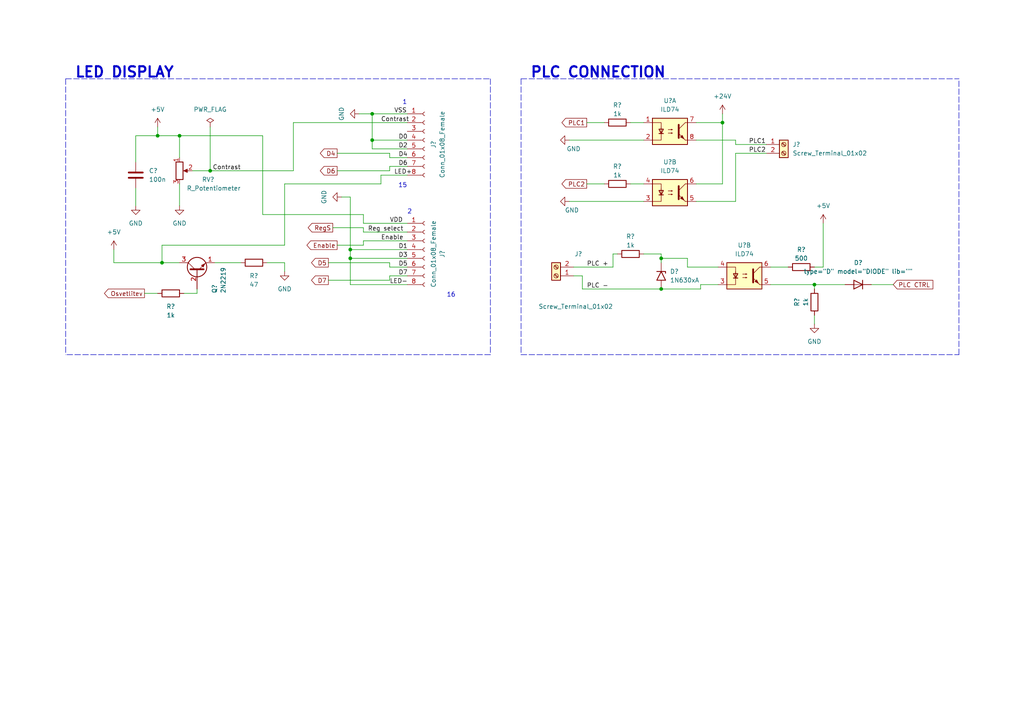
<source format=kicad_sch>
(kicad_sch (version 20211123) (generator eeschema)

  (uuid 0045610d-488e-436e-a512-22713679feac)

  (paper "A4")

  (lib_symbols
    (symbol "Connector:Conn_01x08_Female" (pin_names (offset 1.016) hide) (in_bom yes) (on_board yes)
      (property "Reference" "J" (id 0) (at 0 10.16 0)
        (effects (font (size 1.27 1.27)))
      )
      (property "Value" "Conn_01x08_Female" (id 1) (at 0 -12.7 0)
        (effects (font (size 1.27 1.27)))
      )
      (property "Footprint" "" (id 2) (at 0 0 0)
        (effects (font (size 1.27 1.27)) hide)
      )
      (property "Datasheet" "~" (id 3) (at 0 0 0)
        (effects (font (size 1.27 1.27)) hide)
      )
      (property "ki_keywords" "connector" (id 4) (at 0 0 0)
        (effects (font (size 1.27 1.27)) hide)
      )
      (property "ki_description" "Generic connector, single row, 01x08, script generated (kicad-library-utils/schlib/autogen/connector/)" (id 5) (at 0 0 0)
        (effects (font (size 1.27 1.27)) hide)
      )
      (property "ki_fp_filters" "Connector*:*_1x??_*" (id 6) (at 0 0 0)
        (effects (font (size 1.27 1.27)) hide)
      )
      (symbol "Conn_01x08_Female_1_1"
        (arc (start 0 -9.652) (mid -0.508 -10.16) (end 0 -10.668)
          (stroke (width 0.1524) (type default) (color 0 0 0 0))
          (fill (type none))
        )
        (arc (start 0 -7.112) (mid -0.508 -7.62) (end 0 -8.128)
          (stroke (width 0.1524) (type default) (color 0 0 0 0))
          (fill (type none))
        )
        (arc (start 0 -4.572) (mid -0.508 -5.08) (end 0 -5.588)
          (stroke (width 0.1524) (type default) (color 0 0 0 0))
          (fill (type none))
        )
        (arc (start 0 -2.032) (mid -0.508 -2.54) (end 0 -3.048)
          (stroke (width 0.1524) (type default) (color 0 0 0 0))
          (fill (type none))
        )
        (polyline
          (pts
            (xy -1.27 -10.16)
            (xy -0.508 -10.16)
          )
          (stroke (width 0.1524) (type default) (color 0 0 0 0))
          (fill (type none))
        )
        (polyline
          (pts
            (xy -1.27 -7.62)
            (xy -0.508 -7.62)
          )
          (stroke (width 0.1524) (type default) (color 0 0 0 0))
          (fill (type none))
        )
        (polyline
          (pts
            (xy -1.27 -5.08)
            (xy -0.508 -5.08)
          )
          (stroke (width 0.1524) (type default) (color 0 0 0 0))
          (fill (type none))
        )
        (polyline
          (pts
            (xy -1.27 -2.54)
            (xy -0.508 -2.54)
          )
          (stroke (width 0.1524) (type default) (color 0 0 0 0))
          (fill (type none))
        )
        (polyline
          (pts
            (xy -1.27 0)
            (xy -0.508 0)
          )
          (stroke (width 0.1524) (type default) (color 0 0 0 0))
          (fill (type none))
        )
        (polyline
          (pts
            (xy -1.27 2.54)
            (xy -0.508 2.54)
          )
          (stroke (width 0.1524) (type default) (color 0 0 0 0))
          (fill (type none))
        )
        (polyline
          (pts
            (xy -1.27 5.08)
            (xy -0.508 5.08)
          )
          (stroke (width 0.1524) (type default) (color 0 0 0 0))
          (fill (type none))
        )
        (polyline
          (pts
            (xy -1.27 7.62)
            (xy -0.508 7.62)
          )
          (stroke (width 0.1524) (type default) (color 0 0 0 0))
          (fill (type none))
        )
        (arc (start 0 0.508) (mid -0.508 0) (end 0 -0.508)
          (stroke (width 0.1524) (type default) (color 0 0 0 0))
          (fill (type none))
        )
        (arc (start 0 3.048) (mid -0.508 2.54) (end 0 2.032)
          (stroke (width 0.1524) (type default) (color 0 0 0 0))
          (fill (type none))
        )
        (arc (start 0 5.588) (mid -0.508 5.08) (end 0 4.572)
          (stroke (width 0.1524) (type default) (color 0 0 0 0))
          (fill (type none))
        )
        (arc (start 0 8.128) (mid -0.508 7.62) (end 0 7.112)
          (stroke (width 0.1524) (type default) (color 0 0 0 0))
          (fill (type none))
        )
        (pin passive line (at -5.08 7.62 0) (length 3.81)
          (name "Pin_1" (effects (font (size 1.27 1.27))))
          (number "1" (effects (font (size 1.27 1.27))))
        )
        (pin passive line (at -5.08 5.08 0) (length 3.81)
          (name "Pin_2" (effects (font (size 1.27 1.27))))
          (number "2" (effects (font (size 1.27 1.27))))
        )
        (pin passive line (at -5.08 2.54 0) (length 3.81)
          (name "Pin_3" (effects (font (size 1.27 1.27))))
          (number "3" (effects (font (size 1.27 1.27))))
        )
        (pin passive line (at -5.08 0 0) (length 3.81)
          (name "Pin_4" (effects (font (size 1.27 1.27))))
          (number "4" (effects (font (size 1.27 1.27))))
        )
        (pin passive line (at -5.08 -2.54 0) (length 3.81)
          (name "Pin_5" (effects (font (size 1.27 1.27))))
          (number "5" (effects (font (size 1.27 1.27))))
        )
        (pin passive line (at -5.08 -5.08 0) (length 3.81)
          (name "Pin_6" (effects (font (size 1.27 1.27))))
          (number "6" (effects (font (size 1.27 1.27))))
        )
        (pin passive line (at -5.08 -7.62 0) (length 3.81)
          (name "Pin_7" (effects (font (size 1.27 1.27))))
          (number "7" (effects (font (size 1.27 1.27))))
        )
        (pin passive line (at -5.08 -10.16 0) (length 3.81)
          (name "Pin_8" (effects (font (size 1.27 1.27))))
          (number "8" (effects (font (size 1.27 1.27))))
        )
      )
    )
    (symbol "Connector:Screw_Terminal_01x02" (pin_names (offset 1.016) hide) (in_bom yes) (on_board yes)
      (property "Reference" "J" (id 0) (at 0 2.54 0)
        (effects (font (size 1.27 1.27)))
      )
      (property "Value" "Screw_Terminal_01x02" (id 1) (at 0 -5.08 0)
        (effects (font (size 1.27 1.27)))
      )
      (property "Footprint" "" (id 2) (at 0 0 0)
        (effects (font (size 1.27 1.27)) hide)
      )
      (property "Datasheet" "~" (id 3) (at 0 0 0)
        (effects (font (size 1.27 1.27)) hide)
      )
      (property "ki_keywords" "screw terminal" (id 4) (at 0 0 0)
        (effects (font (size 1.27 1.27)) hide)
      )
      (property "ki_description" "Generic screw terminal, single row, 01x02, script generated (kicad-library-utils/schlib/autogen/connector/)" (id 5) (at 0 0 0)
        (effects (font (size 1.27 1.27)) hide)
      )
      (property "ki_fp_filters" "TerminalBlock*:*" (id 6) (at 0 0 0)
        (effects (font (size 1.27 1.27)) hide)
      )
      (symbol "Screw_Terminal_01x02_1_1"
        (rectangle (start -1.27 1.27) (end 1.27 -3.81)
          (stroke (width 0.254) (type default) (color 0 0 0 0))
          (fill (type background))
        )
        (circle (center 0 -2.54) (radius 0.635)
          (stroke (width 0.1524) (type default) (color 0 0 0 0))
          (fill (type none))
        )
        (polyline
          (pts
            (xy -0.5334 -2.2098)
            (xy 0.3302 -3.048)
          )
          (stroke (width 0.1524) (type default) (color 0 0 0 0))
          (fill (type none))
        )
        (polyline
          (pts
            (xy -0.5334 0.3302)
            (xy 0.3302 -0.508)
          )
          (stroke (width 0.1524) (type default) (color 0 0 0 0))
          (fill (type none))
        )
        (polyline
          (pts
            (xy -0.3556 -2.032)
            (xy 0.508 -2.8702)
          )
          (stroke (width 0.1524) (type default) (color 0 0 0 0))
          (fill (type none))
        )
        (polyline
          (pts
            (xy -0.3556 0.508)
            (xy 0.508 -0.3302)
          )
          (stroke (width 0.1524) (type default) (color 0 0 0 0))
          (fill (type none))
        )
        (circle (center 0 0) (radius 0.635)
          (stroke (width 0.1524) (type default) (color 0 0 0 0))
          (fill (type none))
        )
        (pin passive line (at -5.08 0 0) (length 3.81)
          (name "Pin_1" (effects (font (size 1.27 1.27))))
          (number "1" (effects (font (size 1.27 1.27))))
        )
        (pin passive line (at -5.08 -2.54 0) (length 3.81)
          (name "Pin_2" (effects (font (size 1.27 1.27))))
          (number "2" (effects (font (size 1.27 1.27))))
        )
      )
    )
    (symbol "Device:C" (pin_numbers hide) (pin_names (offset 0.254)) (in_bom yes) (on_board yes)
      (property "Reference" "C" (id 0) (at 0.635 2.54 0)
        (effects (font (size 1.27 1.27)) (justify left))
      )
      (property "Value" "C" (id 1) (at 0.635 -2.54 0)
        (effects (font (size 1.27 1.27)) (justify left))
      )
      (property "Footprint" "" (id 2) (at 0.9652 -3.81 0)
        (effects (font (size 1.27 1.27)) hide)
      )
      (property "Datasheet" "~" (id 3) (at 0 0 0)
        (effects (font (size 1.27 1.27)) hide)
      )
      (property "ki_keywords" "cap capacitor" (id 4) (at 0 0 0)
        (effects (font (size 1.27 1.27)) hide)
      )
      (property "ki_description" "Unpolarized capacitor" (id 5) (at 0 0 0)
        (effects (font (size 1.27 1.27)) hide)
      )
      (property "ki_fp_filters" "C_*" (id 6) (at 0 0 0)
        (effects (font (size 1.27 1.27)) hide)
      )
      (symbol "C_0_1"
        (polyline
          (pts
            (xy -2.032 -0.762)
            (xy 2.032 -0.762)
          )
          (stroke (width 0.508) (type default) (color 0 0 0 0))
          (fill (type none))
        )
        (polyline
          (pts
            (xy -2.032 0.762)
            (xy 2.032 0.762)
          )
          (stroke (width 0.508) (type default) (color 0 0 0 0))
          (fill (type none))
        )
      )
      (symbol "C_1_1"
        (pin passive line (at 0 3.81 270) (length 2.794)
          (name "~" (effects (font (size 1.27 1.27))))
          (number "1" (effects (font (size 1.27 1.27))))
        )
        (pin passive line (at 0 -3.81 90) (length 2.794)
          (name "~" (effects (font (size 1.27 1.27))))
          (number "2" (effects (font (size 1.27 1.27))))
        )
      )
    )
    (symbol "Device:R" (pin_numbers hide) (pin_names (offset 0)) (in_bom yes) (on_board yes)
      (property "Reference" "R" (id 0) (at 2.032 0 90)
        (effects (font (size 1.27 1.27)))
      )
      (property "Value" "R" (id 1) (at 0 0 90)
        (effects (font (size 1.27 1.27)))
      )
      (property "Footprint" "" (id 2) (at -1.778 0 90)
        (effects (font (size 1.27 1.27)) hide)
      )
      (property "Datasheet" "~" (id 3) (at 0 0 0)
        (effects (font (size 1.27 1.27)) hide)
      )
      (property "ki_keywords" "R res resistor" (id 4) (at 0 0 0)
        (effects (font (size 1.27 1.27)) hide)
      )
      (property "ki_description" "Resistor" (id 5) (at 0 0 0)
        (effects (font (size 1.27 1.27)) hide)
      )
      (property "ki_fp_filters" "R_*" (id 6) (at 0 0 0)
        (effects (font (size 1.27 1.27)) hide)
      )
      (symbol "R_0_1"
        (rectangle (start -1.016 -2.54) (end 1.016 2.54)
          (stroke (width 0.254) (type default) (color 0 0 0 0))
          (fill (type none))
        )
      )
      (symbol "R_1_1"
        (pin passive line (at 0 3.81 270) (length 1.27)
          (name "~" (effects (font (size 1.27 1.27))))
          (number "1" (effects (font (size 1.27 1.27))))
        )
        (pin passive line (at 0 -3.81 90) (length 1.27)
          (name "~" (effects (font (size 1.27 1.27))))
          (number "2" (effects (font (size 1.27 1.27))))
        )
      )
    )
    (symbol "Device:R_Potentiometer" (pin_names (offset 1.016) hide) (in_bom yes) (on_board yes)
      (property "Reference" "RV" (id 0) (at -4.445 0 90)
        (effects (font (size 1.27 1.27)))
      )
      (property "Value" "R_Potentiometer" (id 1) (at -2.54 0 90)
        (effects (font (size 1.27 1.27)))
      )
      (property "Footprint" "" (id 2) (at 0 0 0)
        (effects (font (size 1.27 1.27)) hide)
      )
      (property "Datasheet" "~" (id 3) (at 0 0 0)
        (effects (font (size 1.27 1.27)) hide)
      )
      (property "ki_keywords" "resistor variable" (id 4) (at 0 0 0)
        (effects (font (size 1.27 1.27)) hide)
      )
      (property "ki_description" "Potentiometer" (id 5) (at 0 0 0)
        (effects (font (size 1.27 1.27)) hide)
      )
      (property "ki_fp_filters" "Potentiometer*" (id 6) (at 0 0 0)
        (effects (font (size 1.27 1.27)) hide)
      )
      (symbol "R_Potentiometer_0_1"
        (polyline
          (pts
            (xy 2.54 0)
            (xy 1.524 0)
          )
          (stroke (width 0) (type default) (color 0 0 0 0))
          (fill (type none))
        )
        (polyline
          (pts
            (xy 1.143 0)
            (xy 2.286 0.508)
            (xy 2.286 -0.508)
            (xy 1.143 0)
          )
          (stroke (width 0) (type default) (color 0 0 0 0))
          (fill (type outline))
        )
        (rectangle (start 1.016 2.54) (end -1.016 -2.54)
          (stroke (width 0.254) (type default) (color 0 0 0 0))
          (fill (type none))
        )
      )
      (symbol "R_Potentiometer_1_1"
        (pin passive line (at 0 3.81 270) (length 1.27)
          (name "1" (effects (font (size 1.27 1.27))))
          (number "1" (effects (font (size 1.27 1.27))))
        )
        (pin passive line (at 3.81 0 180) (length 1.27)
          (name "2" (effects (font (size 1.27 1.27))))
          (number "2" (effects (font (size 1.27 1.27))))
        )
        (pin passive line (at 0 -3.81 90) (length 1.27)
          (name "3" (effects (font (size 1.27 1.27))))
          (number "3" (effects (font (size 1.27 1.27))))
        )
      )
    )
    (symbol "Diode:1N630xA" (pin_numbers hide) (pin_names (offset 1.016) hide) (in_bom yes) (on_board yes)
      (property "Reference" "D" (id 0) (at 0 2.54 0)
        (effects (font (size 1.27 1.27)))
      )
      (property "Value" "1N630xA" (id 1) (at 0 -2.54 0)
        (effects (font (size 1.27 1.27)))
      )
      (property "Footprint" "Diode_THT:D_DO-201AE_P15.24mm_Horizontal" (id 2) (at 0 -5.08 0)
        (effects (font (size 1.27 1.27)) hide)
      )
      (property "Datasheet" "https://www.vishay.com/docs/88301/15ke.pdf" (id 3) (at -1.27 0 0)
        (effects (font (size 1.27 1.27)) hide)
      )
      (property "ki_keywords" "diode TVS voltage suppressor" (id 4) (at 0 0 0)
        (effects (font (size 1.27 1.27)) hide)
      )
      (property "ki_description" "1500W unidirectional TRANSZORB® Transient Voltage Suppressor, DO-201AE" (id 5) (at 0 0 0)
        (effects (font (size 1.27 1.27)) hide)
      )
      (property "ki_fp_filters" "D?DO?201AE*" (id 6) (at 0 0 0)
        (effects (font (size 1.27 1.27)) hide)
      )
      (symbol "1N630xA_0_1"
        (polyline
          (pts
            (xy -0.762 1.27)
            (xy -1.27 1.27)
            (xy -1.27 -1.27)
          )
          (stroke (width 0.254) (type default) (color 0 0 0 0))
          (fill (type none))
        )
        (polyline
          (pts
            (xy 1.27 1.27)
            (xy 1.27 -1.27)
            (xy -1.27 0)
            (xy 1.27 1.27)
          )
          (stroke (width 0.254) (type default) (color 0 0 0 0))
          (fill (type none))
        )
      )
      (symbol "1N630xA_1_1"
        (pin passive line (at -3.81 0 0) (length 2.54)
          (name "A1" (effects (font (size 1.27 1.27))))
          (number "1" (effects (font (size 1.27 1.27))))
        )
        (pin passive line (at 3.81 0 180) (length 2.54)
          (name "A2" (effects (font (size 1.27 1.27))))
          (number "2" (effects (font (size 1.27 1.27))))
        )
      )
    )
    (symbol "Isolator:ILD74" (pin_names (offset 1.016)) (in_bom yes) (on_board yes)
      (property "Reference" "U" (id 0) (at -5.08 5.08 0)
        (effects (font (size 1.27 1.27)) (justify left))
      )
      (property "Value" "ILD74" (id 1) (at 0 5.08 0)
        (effects (font (size 1.27 1.27)) (justify left))
      )
      (property "Footprint" "" (id 2) (at -5.08 -5.08 0)
        (effects (font (size 1.27 1.27) italic) (justify left) hide)
      )
      (property "Datasheet" "https://www.vishay.com/docs/83640/ild74.pdf" (id 3) (at 0 0 0)
        (effects (font (size 1.27 1.27)) (justify left) hide)
      )
      (property "ki_keywords" "NPN DC Dual Optocoupler" (id 4) (at 0 0 0)
        (effects (font (size 1.27 1.27)) hide)
      )
      (property "ki_description" "Dual Optocoupler, NPN Phototransistor Output, TTL compatible, DIP8/SMD8" (id 5) (at 0 0 0)
        (effects (font (size 1.27 1.27)) hide)
      )
      (property "ki_fp_filters" "DIP*W7.62mm* DIP*W10.16mm* SMDIP*W9.53mm*Clearance8mm*" (id 6) (at 0 0 0)
        (effects (font (size 1.27 1.27)) hide)
      )
      (symbol "ILD74_0_1"
        (rectangle (start -5.08 3.81) (end 5.08 -3.81)
          (stroke (width 0.254) (type default) (color 0 0 0 0))
          (fill (type background))
        )
        (polyline
          (pts
            (xy -3.175 -0.635)
            (xy -1.905 -0.635)
          )
          (stroke (width 0.254) (type default) (color 0 0 0 0))
          (fill (type none))
        )
        (polyline
          (pts
            (xy 2.54 0.635)
            (xy 4.445 2.54)
          )
          (stroke (width 0) (type default) (color 0 0 0 0))
          (fill (type none))
        )
        (polyline
          (pts
            (xy 4.445 -2.54)
            (xy 2.54 -0.635)
          )
          (stroke (width 0) (type default) (color 0 0 0 0))
          (fill (type outline))
        )
        (polyline
          (pts
            (xy 4.445 -2.54)
            (xy 5.08 -2.54)
          )
          (stroke (width 0) (type default) (color 0 0 0 0))
          (fill (type none))
        )
        (polyline
          (pts
            (xy 4.445 2.54)
            (xy 5.08 2.54)
          )
          (stroke (width 0) (type default) (color 0 0 0 0))
          (fill (type none))
        )
        (polyline
          (pts
            (xy -5.08 2.54)
            (xy -2.54 2.54)
            (xy -2.54 0.635)
          )
          (stroke (width 0) (type default) (color 0 0 0 0))
          (fill (type none))
        )
        (polyline
          (pts
            (xy 2.54 1.905)
            (xy 2.54 -1.905)
            (xy 2.54 -1.905)
          )
          (stroke (width 0.508) (type default) (color 0 0 0 0))
          (fill (type none))
        )
        (polyline
          (pts
            (xy -2.54 -0.635)
            (xy -3.175 0.635)
            (xy -1.905 0.635)
            (xy -2.54 -0.635)
          )
          (stroke (width 0.254) (type default) (color 0 0 0 0))
          (fill (type none))
        )
        (polyline
          (pts
            (xy -2.54 -0.635)
            (xy -2.54 1.27)
            (xy -2.54 -2.54)
            (xy -5.08 -2.54)
          )
          (stroke (width 0) (type default) (color 0 0 0 0))
          (fill (type none))
        )
        (polyline
          (pts
            (xy -0.508 -0.508)
            (xy 0.762 -0.508)
            (xy 0.381 -0.635)
            (xy 0.381 -0.381)
            (xy 0.762 -0.508)
          )
          (stroke (width 0) (type default) (color 0 0 0 0))
          (fill (type none))
        )
        (polyline
          (pts
            (xy -0.508 0.508)
            (xy 0.762 0.508)
            (xy 0.381 0.381)
            (xy 0.381 0.635)
            (xy 0.762 0.508)
          )
          (stroke (width 0) (type default) (color 0 0 0 0))
          (fill (type none))
        )
        (polyline
          (pts
            (xy 3.048 -1.651)
            (xy 3.556 -1.143)
            (xy 4.064 -2.159)
            (xy 3.048 -1.651)
            (xy 3.048 -1.651)
          )
          (stroke (width 0) (type default) (color 0 0 0 0))
          (fill (type outline))
        )
      )
      (symbol "ILD74_1_1"
        (pin passive line (at -7.62 2.54 0) (length 2.54)
          (name "~" (effects (font (size 1.27 1.27))))
          (number "1" (effects (font (size 1.27 1.27))))
        )
        (pin passive line (at -7.62 -2.54 0) (length 2.54)
          (name "~" (effects (font (size 1.27 1.27))))
          (number "2" (effects (font (size 1.27 1.27))))
        )
        (pin passive line (at 7.62 2.54 180) (length 2.54)
          (name "~" (effects (font (size 1.27 1.27))))
          (number "7" (effects (font (size 1.27 1.27))))
        )
        (pin passive line (at 7.62 -2.54 180) (length 2.54)
          (name "~" (effects (font (size 1.27 1.27))))
          (number "8" (effects (font (size 1.27 1.27))))
        )
      )
      (symbol "ILD74_2_1"
        (pin passive line (at -7.62 -2.54 0) (length 2.54)
          (name "~" (effects (font (size 1.27 1.27))))
          (number "3" (effects (font (size 1.27 1.27))))
        )
        (pin passive line (at -7.62 2.54 0) (length 2.54)
          (name "~" (effects (font (size 1.27 1.27))))
          (number "4" (effects (font (size 1.27 1.27))))
        )
        (pin passive line (at 7.62 -2.54 180) (length 2.54)
          (name "~" (effects (font (size 1.27 1.27))))
          (number "5" (effects (font (size 1.27 1.27))))
        )
        (pin passive line (at 7.62 2.54 180) (length 2.54)
          (name "~" (effects (font (size 1.27 1.27))))
          (number "6" (effects (font (size 1.27 1.27))))
        )
      )
    )
    (symbol "Simulation_SPICE:DIODE" (pin_numbers hide) (pin_names (offset 1.016) hide) (in_bom yes) (on_board yes)
      (property "Reference" "D" (id 0) (at 0 2.54 0)
        (effects (font (size 1.27 1.27)))
      )
      (property "Value" "DIODE" (id 1) (at 0 -2.54 0)
        (effects (font (size 1.27 1.27)))
      )
      (property "Footprint" "" (id 2) (at 0 0 0)
        (effects (font (size 1.27 1.27)) hide)
      )
      (property "Datasheet" "~" (id 3) (at 0 0 0)
        (effects (font (size 1.27 1.27)) hide)
      )
      (property "Spice_Netlist_Enabled" "Y" (id 4) (at 0 0 0)
        (effects (font (size 1.27 1.27)) (justify left) hide)
      )
      (property "Spice_Primitive" "D" (id 5) (at 0 0 0)
        (effects (font (size 1.27 1.27)) (justify left) hide)
      )
      (property "ki_keywords" "simulation" (id 6) (at 0 0 0)
        (effects (font (size 1.27 1.27)) hide)
      )
      (property "ki_description" "Diode, anode on pin 1, for simulation only!" (id 7) (at 0 0 0)
        (effects (font (size 1.27 1.27)) hide)
      )
      (symbol "DIODE_0_1"
        (polyline
          (pts
            (xy 1.27 0)
            (xy -1.27 0)
          )
          (stroke (width 0) (type default) (color 0 0 0 0))
          (fill (type none))
        )
        (polyline
          (pts
            (xy 1.27 1.27)
            (xy 1.27 -1.27)
          )
          (stroke (width 0.254) (type default) (color 0 0 0 0))
          (fill (type none))
        )
        (polyline
          (pts
            (xy -1.27 -1.27)
            (xy -1.27 1.27)
            (xy 1.27 0)
            (xy -1.27 -1.27)
          )
          (stroke (width 0.254) (type default) (color 0 0 0 0))
          (fill (type none))
        )
      )
      (symbol "DIODE_1_1"
        (pin passive line (at -3.81 0 0) (length 2.54)
          (name "A" (effects (font (size 1.27 1.27))))
          (number "1" (effects (font (size 1.27 1.27))))
        )
        (pin passive line (at 3.81 0 180) (length 2.54)
          (name "K" (effects (font (size 1.27 1.27))))
          (number "2" (effects (font (size 1.27 1.27))))
        )
      )
    )
    (symbol "Transistor_BJT:2N2219" (pin_names (offset 0) hide) (in_bom yes) (on_board yes)
      (property "Reference" "Q" (id 0) (at 5.08 1.905 0)
        (effects (font (size 1.27 1.27)) (justify left))
      )
      (property "Value" "2N2219" (id 1) (at 5.08 0 0)
        (effects (font (size 1.27 1.27)) (justify left))
      )
      (property "Footprint" "Package_TO_SOT_THT:TO-39-3" (id 2) (at 5.08 -1.905 0)
        (effects (font (size 1.27 1.27) italic) (justify left) hide)
      )
      (property "Datasheet" "http://www.onsemi.com/pub_link/Collateral/2N2219-D.PDF" (id 3) (at 0 0 0)
        (effects (font (size 1.27 1.27)) (justify left) hide)
      )
      (property "ki_keywords" "NPN Transistor" (id 4) (at 0 0 0)
        (effects (font (size 1.27 1.27)) hide)
      )
      (property "ki_description" "800mA Ic, 50V Vce, NPN Transistor, TO-39" (id 5) (at 0 0 0)
        (effects (font (size 1.27 1.27)) hide)
      )
      (property "ki_fp_filters" "TO?39*" (id 6) (at 0 0 0)
        (effects (font (size 1.27 1.27)) hide)
      )
      (symbol "2N2219_0_1"
        (polyline
          (pts
            (xy 0.635 0.635)
            (xy 2.54 2.54)
          )
          (stroke (width 0) (type default) (color 0 0 0 0))
          (fill (type none))
        )
        (polyline
          (pts
            (xy 0.635 -0.635)
            (xy 2.54 -2.54)
            (xy 2.54 -2.54)
          )
          (stroke (width 0) (type default) (color 0 0 0 0))
          (fill (type none))
        )
        (polyline
          (pts
            (xy 0.635 1.905)
            (xy 0.635 -1.905)
            (xy 0.635 -1.905)
          )
          (stroke (width 0.508) (type default) (color 0 0 0 0))
          (fill (type none))
        )
        (polyline
          (pts
            (xy 1.27 -1.778)
            (xy 1.778 -1.27)
            (xy 2.286 -2.286)
            (xy 1.27 -1.778)
            (xy 1.27 -1.778)
          )
          (stroke (width 0) (type default) (color 0 0 0 0))
          (fill (type outline))
        )
        (circle (center 1.27 0) (radius 2.8194)
          (stroke (width 0.254) (type default) (color 0 0 0 0))
          (fill (type none))
        )
      )
      (symbol "2N2219_1_1"
        (pin passive line (at 2.54 -5.08 90) (length 2.54)
          (name "E" (effects (font (size 1.27 1.27))))
          (number "1" (effects (font (size 1.27 1.27))))
        )
        (pin passive line (at -5.08 0 0) (length 5.715)
          (name "B" (effects (font (size 1.27 1.27))))
          (number "2" (effects (font (size 1.27 1.27))))
        )
        (pin passive line (at 2.54 5.08 270) (length 2.54)
          (name "C" (effects (font (size 1.27 1.27))))
          (number "3" (effects (font (size 1.27 1.27))))
        )
      )
    )
    (symbol "power:+24V" (power) (pin_names (offset 0)) (in_bom yes) (on_board yes)
      (property "Reference" "#PWR" (id 0) (at 0 -3.81 0)
        (effects (font (size 1.27 1.27)) hide)
      )
      (property "Value" "+24V" (id 1) (at 0 3.556 0)
        (effects (font (size 1.27 1.27)))
      )
      (property "Footprint" "" (id 2) (at 0 0 0)
        (effects (font (size 1.27 1.27)) hide)
      )
      (property "Datasheet" "" (id 3) (at 0 0 0)
        (effects (font (size 1.27 1.27)) hide)
      )
      (property "ki_keywords" "power-flag" (id 4) (at 0 0 0)
        (effects (font (size 1.27 1.27)) hide)
      )
      (property "ki_description" "Power symbol creates a global label with name \"+24V\"" (id 5) (at 0 0 0)
        (effects (font (size 1.27 1.27)) hide)
      )
      (symbol "+24V_0_1"
        (polyline
          (pts
            (xy -0.762 1.27)
            (xy 0 2.54)
          )
          (stroke (width 0) (type default) (color 0 0 0 0))
          (fill (type none))
        )
        (polyline
          (pts
            (xy 0 0)
            (xy 0 2.54)
          )
          (stroke (width 0) (type default) (color 0 0 0 0))
          (fill (type none))
        )
        (polyline
          (pts
            (xy 0 2.54)
            (xy 0.762 1.27)
          )
          (stroke (width 0) (type default) (color 0 0 0 0))
          (fill (type none))
        )
      )
      (symbol "+24V_1_1"
        (pin power_in line (at 0 0 90) (length 0) hide
          (name "+24V" (effects (font (size 1.27 1.27))))
          (number "1" (effects (font (size 1.27 1.27))))
        )
      )
    )
    (symbol "power:+5V" (power) (pin_names (offset 0)) (in_bom yes) (on_board yes)
      (property "Reference" "#PWR" (id 0) (at 0 -3.81 0)
        (effects (font (size 1.27 1.27)) hide)
      )
      (property "Value" "+5V" (id 1) (at 0 3.556 0)
        (effects (font (size 1.27 1.27)))
      )
      (property "Footprint" "" (id 2) (at 0 0 0)
        (effects (font (size 1.27 1.27)) hide)
      )
      (property "Datasheet" "" (id 3) (at 0 0 0)
        (effects (font (size 1.27 1.27)) hide)
      )
      (property "ki_keywords" "power-flag" (id 4) (at 0 0 0)
        (effects (font (size 1.27 1.27)) hide)
      )
      (property "ki_description" "Power symbol creates a global label with name \"+5V\"" (id 5) (at 0 0 0)
        (effects (font (size 1.27 1.27)) hide)
      )
      (symbol "+5V_0_1"
        (polyline
          (pts
            (xy -0.762 1.27)
            (xy 0 2.54)
          )
          (stroke (width 0) (type default) (color 0 0 0 0))
          (fill (type none))
        )
        (polyline
          (pts
            (xy 0 0)
            (xy 0 2.54)
          )
          (stroke (width 0) (type default) (color 0 0 0 0))
          (fill (type none))
        )
        (polyline
          (pts
            (xy 0 2.54)
            (xy 0.762 1.27)
          )
          (stroke (width 0) (type default) (color 0 0 0 0))
          (fill (type none))
        )
      )
      (symbol "+5V_1_1"
        (pin power_in line (at 0 0 90) (length 0) hide
          (name "+5V" (effects (font (size 1.27 1.27))))
          (number "1" (effects (font (size 1.27 1.27))))
        )
      )
    )
    (symbol "power:GND" (power) (pin_names (offset 0)) (in_bom yes) (on_board yes)
      (property "Reference" "#PWR" (id 0) (at 0 -6.35 0)
        (effects (font (size 1.27 1.27)) hide)
      )
      (property "Value" "GND" (id 1) (at 0 -3.81 0)
        (effects (font (size 1.27 1.27)))
      )
      (property "Footprint" "" (id 2) (at 0 0 0)
        (effects (font (size 1.27 1.27)) hide)
      )
      (property "Datasheet" "" (id 3) (at 0 0 0)
        (effects (font (size 1.27 1.27)) hide)
      )
      (property "ki_keywords" "power-flag" (id 4) (at 0 0 0)
        (effects (font (size 1.27 1.27)) hide)
      )
      (property "ki_description" "Power symbol creates a global label with name \"GND\" , ground" (id 5) (at 0 0 0)
        (effects (font (size 1.27 1.27)) hide)
      )
      (symbol "GND_0_1"
        (polyline
          (pts
            (xy 0 0)
            (xy 0 -1.27)
            (xy 1.27 -1.27)
            (xy 0 -2.54)
            (xy -1.27 -1.27)
            (xy 0 -1.27)
          )
          (stroke (width 0) (type default) (color 0 0 0 0))
          (fill (type none))
        )
      )
      (symbol "GND_1_1"
        (pin power_in line (at 0 0 270) (length 0) hide
          (name "GND" (effects (font (size 1.27 1.27))))
          (number "1" (effects (font (size 1.27 1.27))))
        )
      )
    )
    (symbol "power:PWR_FLAG" (power) (pin_numbers hide) (pin_names (offset 0) hide) (in_bom yes) (on_board yes)
      (property "Reference" "#FLG" (id 0) (at 0 1.905 0)
        (effects (font (size 1.27 1.27)) hide)
      )
      (property "Value" "PWR_FLAG" (id 1) (at 0 3.81 0)
        (effects (font (size 1.27 1.27)))
      )
      (property "Footprint" "" (id 2) (at 0 0 0)
        (effects (font (size 1.27 1.27)) hide)
      )
      (property "Datasheet" "~" (id 3) (at 0 0 0)
        (effects (font (size 1.27 1.27)) hide)
      )
      (property "ki_keywords" "power-flag" (id 4) (at 0 0 0)
        (effects (font (size 1.27 1.27)) hide)
      )
      (property "ki_description" "Special symbol for telling ERC where power comes from" (id 5) (at 0 0 0)
        (effects (font (size 1.27 1.27)) hide)
      )
      (symbol "PWR_FLAG_0_0"
        (pin power_out line (at 0 0 90) (length 0)
          (name "pwr" (effects (font (size 1.27 1.27))))
          (number "1" (effects (font (size 1.27 1.27))))
        )
      )
      (symbol "PWR_FLAG_0_1"
        (polyline
          (pts
            (xy 0 0)
            (xy 0 1.27)
            (xy -1.016 1.905)
            (xy 0 2.54)
            (xy 1.016 1.905)
            (xy 0 1.27)
          )
          (stroke (width 0) (type default) (color 0 0 0 0))
          (fill (type none))
        )
      )
    )
  )

  (junction (at 191.77 74.93) (diameter 0) (color 0 0 0 0)
    (uuid 20a7d2e0-b9b0-4b8d-a74a-80ddc28835c5)
  )
  (junction (at 101.6 72.39) (diameter 0) (color 0 0 0 0)
    (uuid 32f27516-3510-4127-90ae-2f6e66acbbfc)
  )
  (junction (at 107.95 40.64) (diameter 0) (color 0 0 0 0)
    (uuid 35a66083-56fa-438a-a2ed-93925efdea4e)
  )
  (junction (at 45.72 39.37) (diameter 0) (color 0 0 0 0)
    (uuid 679b6bfb-97de-4823-a0df-28403fc24746)
  )
  (junction (at 236.22 82.55) (diameter 0) (color 0 0 0 0)
    (uuid 7bac432e-820b-427b-a2eb-944ef2942470)
  )
  (junction (at 52.07 39.37) (diameter 0) (color 0 0 0 0)
    (uuid 9c91784d-bbeb-4395-b8b9-671a34009b97)
  )
  (junction (at 209.55 35.56) (diameter 0) (color 0 0 0 0)
    (uuid a1997d3b-c06b-455e-9489-b652a40f291c)
  )
  (junction (at 107.95 33.02) (diameter 0) (color 0 0 0 0)
    (uuid b6d27595-14ca-4a29-ac06-59eccbc875e7)
  )
  (junction (at 101.6 74.93) (diameter 0) (color 0 0 0 0)
    (uuid e635c287-68ad-49f0-8674-da9552db9d06)
  )
  (junction (at 46.99 76.2) (diameter 0) (color 0 0 0 0)
    (uuid e6cfd63b-8af7-4c61-a527-490f9c7ed14f)
  )
  (junction (at 60.96 49.53) (diameter 0) (color 0 0 0 0)
    (uuid f944da4e-103a-4634-aead-7cdd7196e252)
  )
  (junction (at 191.77 83.82) (diameter 0) (color 0 0 0 0)
    (uuid fbae75f7-cf1a-4507-a170-27558a8ceca8)
  )

  (wire (pts (xy 182.88 35.56) (xy 186.69 35.56))
    (stroke (width 0) (type default) (color 0 0 0 0))
    (uuid 02e2991c-90f9-4202-a3f3-0993b1838e95)
  )
  (wire (pts (xy 41.91 85.09) (xy 45.72 85.09))
    (stroke (width 0) (type default) (color 0 0 0 0))
    (uuid 0377d85b-f854-406f-b9c7-8111caf8eb63)
  )
  (wire (pts (xy 186.69 73.66) (xy 191.77 73.66))
    (stroke (width 0) (type default) (color 0 0 0 0))
    (uuid 046cf310-fe5b-4450-8356-4510021cb6fc)
  )
  (wire (pts (xy 252.73 82.55) (xy 259.08 82.55))
    (stroke (width 0) (type default) (color 0 0 0 0))
    (uuid 05568e3c-8938-40f3-a226-dce6ed3d577f)
  )
  (wire (pts (xy 208.28 77.47) (xy 199.39 77.47))
    (stroke (width 0) (type default) (color 0 0 0 0))
    (uuid 05f3d812-a395-434b-a051-9d56a2ae82d5)
  )
  (wire (pts (xy 170.18 53.34) (xy 175.26 53.34))
    (stroke (width 0) (type default) (color 0 0 0 0))
    (uuid 066c38f3-aec6-44fe-b269-b1a6a9207338)
  )
  (wire (pts (xy 110.49 50.8) (xy 110.49 53.34))
    (stroke (width 0) (type default) (color 0 0 0 0))
    (uuid 06d60e5c-284e-491d-ac23-df007ee244ec)
  )
  (wire (pts (xy 62.23 76.2) (xy 69.85 76.2))
    (stroke (width 0) (type default) (color 0 0 0 0))
    (uuid 06e47ba4-7978-4e97-950a-4bcee9d5ce00)
  )
  (wire (pts (xy 33.02 76.2) (xy 46.99 76.2))
    (stroke (width 0) (type default) (color 0 0 0 0))
    (uuid 073e30c0-2f58-4bbb-9c9c-ec8c065fde5b)
  )
  (polyline (pts (xy 19.05 22.86) (xy 142.24 22.86))
    (stroke (width 0) (type default) (color 0 0 0 0))
    (uuid 07505d60-7caf-4547-a00d-4e718062f44c)
  )

  (wire (pts (xy 76.2 62.23) (xy 76.2 39.37))
    (stroke (width 0) (type default) (color 0 0 0 0))
    (uuid 0e3c833b-17ce-4a71-8071-fe956323dcf8)
  )
  (wire (pts (xy 199.39 74.93) (xy 191.77 74.93))
    (stroke (width 0) (type default) (color 0 0 0 0))
    (uuid 103f640e-8448-41d9-9e08-95168e795b92)
  )
  (wire (pts (xy 118.11 40.64) (xy 107.95 40.64))
    (stroke (width 0) (type default) (color 0 0 0 0))
    (uuid 1376b85f-f135-426b-895a-77c7579da229)
  )
  (wire (pts (xy 223.52 82.55) (xy 236.22 82.55))
    (stroke (width 0) (type default) (color 0 0 0 0))
    (uuid 16214d19-1c82-4aba-8cd7-75208a0c1552)
  )
  (wire (pts (xy 209.55 35.56) (xy 201.93 35.56))
    (stroke (width 0) (type default) (color 0 0 0 0))
    (uuid 1a076a79-8b6a-4624-be0a-1b3e88988904)
  )
  (wire (pts (xy 165.1 40.64) (xy 186.69 40.64))
    (stroke (width 0) (type default) (color 0 0 0 0))
    (uuid 23323806-2477-428e-89d0-39a01502d5ba)
  )
  (wire (pts (xy 213.36 40.64) (xy 213.36 41.91))
    (stroke (width 0) (type default) (color 0 0 0 0))
    (uuid 23c6c408-90fa-45c7-a832-ee2eb246c411)
  )
  (polyline (pts (xy 151.13 22.86) (xy 278.13 22.86))
    (stroke (width 0) (type default) (color 0 0 0 0))
    (uuid 25cf6f7a-348f-4845-b725-321f0fcba6cd)
  )

  (wire (pts (xy 118.11 67.31) (xy 105.41 67.31))
    (stroke (width 0) (type default) (color 0 0 0 0))
    (uuid 263f4fa1-2397-4693-a01d-8f7445100914)
  )
  (wire (pts (xy 60.96 36.83) (xy 60.96 49.53))
    (stroke (width 0) (type default) (color 0 0 0 0))
    (uuid 28bb73c5-5dd1-46cc-882e-8cf860b55644)
  )
  (wire (pts (xy 213.36 41.91) (xy 222.25 41.91))
    (stroke (width 0) (type default) (color 0 0 0 0))
    (uuid 29c98876-7522-4a47-9433-aa2b9a47ae00)
  )
  (wire (pts (xy 99.06 57.15) (xy 101.6 57.15))
    (stroke (width 0) (type default) (color 0 0 0 0))
    (uuid 3022f6a8-43a5-4a8e-806a-41314ad9cb6c)
  )
  (wire (pts (xy 101.6 74.93) (xy 101.6 82.55))
    (stroke (width 0) (type default) (color 0 0 0 0))
    (uuid 30c86bba-67c4-4cf4-b585-ce034df1733c)
  )
  (wire (pts (xy 201.93 58.42) (xy 213.36 58.42))
    (stroke (width 0) (type default) (color 0 0 0 0))
    (uuid 3292ddfe-a238-4779-a91b-281df4a13be0)
  )
  (polyline (pts (xy 278.13 102.87) (xy 278.13 22.86))
    (stroke (width 0) (type default) (color 0 0 0 0))
    (uuid 3378fd96-c59c-4c30-ae03-65f47ef5b449)
  )

  (wire (pts (xy 213.36 58.42) (xy 213.36 44.45))
    (stroke (width 0) (type default) (color 0 0 0 0))
    (uuid 33fb2afb-7045-450d-af9d-c35bbffb55a1)
  )
  (wire (pts (xy 191.77 74.93) (xy 191.77 76.2))
    (stroke (width 0) (type default) (color 0 0 0 0))
    (uuid 346356dd-4702-4531-b24b-d3576f87cb5c)
  )
  (wire (pts (xy 191.77 83.82) (xy 203.2 83.82))
    (stroke (width 0) (type default) (color 0 0 0 0))
    (uuid 36c135f0-3f8f-4f2a-affd-577245942c2d)
  )
  (wire (pts (xy 203.2 82.55) (xy 208.28 82.55))
    (stroke (width 0) (type default) (color 0 0 0 0))
    (uuid 36f299f1-8a3c-4324-a944-1fb5502a69ce)
  )
  (wire (pts (xy 101.6 72.39) (xy 101.6 57.15))
    (stroke (width 0) (type default) (color 0 0 0 0))
    (uuid 3a35fd04-faf8-48a3-b8bb-2b9c4992171c)
  )
  (wire (pts (xy 33.02 72.39) (xy 33.02 76.2))
    (stroke (width 0) (type default) (color 0 0 0 0))
    (uuid 3c202bf0-196b-4746-af3b-fd5570d79c6e)
  )
  (wire (pts (xy 177.8 73.66) (xy 179.07 73.66))
    (stroke (width 0) (type default) (color 0 0 0 0))
    (uuid 3e3a1206-6a1a-430b-98d3-ad0cf3b1868a)
  )
  (wire (pts (xy 60.96 49.53) (xy 85.09 49.53))
    (stroke (width 0) (type default) (color 0 0 0 0))
    (uuid 422d9d7b-3341-4863-8f13-400192ca583f)
  )
  (wire (pts (xy 166.37 77.47) (xy 177.8 77.47))
    (stroke (width 0) (type default) (color 0 0 0 0))
    (uuid 48d43e7c-1624-463a-94bf-8266566eb276)
  )
  (wire (pts (xy 113.03 81.28) (xy 113.03 80.01))
    (stroke (width 0) (type default) (color 0 0 0 0))
    (uuid 4a7e6b93-b7bd-4f75-8db3-af21e4981915)
  )
  (wire (pts (xy 82.55 76.2) (xy 82.55 78.74))
    (stroke (width 0) (type default) (color 0 0 0 0))
    (uuid 4b9901cf-9cf6-407b-8988-2984534f8e58)
  )
  (wire (pts (xy 118.11 48.26) (xy 113.03 48.26))
    (stroke (width 0) (type default) (color 0 0 0 0))
    (uuid 4c92a094-9909-4f8f-9dd2-c05fc10bb8f3)
  )
  (wire (pts (xy 76.2 39.37) (xy 52.07 39.37))
    (stroke (width 0) (type default) (color 0 0 0 0))
    (uuid 4d662295-82ae-4ca0-93d8-c90f6c79389e)
  )
  (wire (pts (xy 95.25 81.28) (xy 113.03 81.28))
    (stroke (width 0) (type default) (color 0 0 0 0))
    (uuid 4f7621f6-11b8-4c8c-bdf1-f1a57b50390c)
  )
  (wire (pts (xy 166.37 80.01) (xy 168.91 80.01))
    (stroke (width 0) (type default) (color 0 0 0 0))
    (uuid 560fdad3-0e7a-4a1d-b18c-8b55b0036570)
  )
  (wire (pts (xy 107.95 40.64) (xy 107.95 33.02))
    (stroke (width 0) (type default) (color 0 0 0 0))
    (uuid 56e41672-7200-4afe-b26d-4fdb8defc10c)
  )
  (wire (pts (xy 82.55 53.34) (xy 82.55 71.12))
    (stroke (width 0) (type default) (color 0 0 0 0))
    (uuid 579a20c2-771c-4bcb-acb4-fd0a5f124d4c)
  )
  (wire (pts (xy 113.03 76.2) (xy 95.25 76.2))
    (stroke (width 0) (type default) (color 0 0 0 0))
    (uuid 5863baeb-2c5c-44eb-b6e6-11c394750680)
  )
  (wire (pts (xy 168.91 80.01) (xy 168.91 83.82))
    (stroke (width 0) (type default) (color 0 0 0 0))
    (uuid 5b992359-b5f5-4d4d-8668-d2da13f4fb0c)
  )
  (wire (pts (xy 182.88 53.34) (xy 186.69 53.34))
    (stroke (width 0) (type default) (color 0 0 0 0))
    (uuid 5cbdf8c2-828d-4dcb-8a1e-fe1c1479d9de)
  )
  (polyline (pts (xy 142.24 102.87) (xy 19.05 102.87))
    (stroke (width 0) (type default) (color 0 0 0 0))
    (uuid 63b9173b-160d-431a-8863-3fc61084b432)
  )

  (wire (pts (xy 209.55 35.56) (xy 209.55 53.34))
    (stroke (width 0) (type default) (color 0 0 0 0))
    (uuid 646d2021-eee7-4c2b-a853-e848b18796e5)
  )
  (wire (pts (xy 105.41 66.04) (xy 96.52 66.04))
    (stroke (width 0) (type default) (color 0 0 0 0))
    (uuid 682b668e-2f5b-4a3b-9a34-3bf1d1b12866)
  )
  (wire (pts (xy 45.72 39.37) (xy 52.07 39.37))
    (stroke (width 0) (type default) (color 0 0 0 0))
    (uuid 6ad3decc-2557-4d4d-b213-7b49277098d9)
  )
  (wire (pts (xy 118.11 74.93) (xy 101.6 74.93))
    (stroke (width 0) (type default) (color 0 0 0 0))
    (uuid 6c665426-1f2c-4b85-b4da-dce268e14de9)
  )
  (wire (pts (xy 45.72 39.37) (xy 45.72 36.83))
    (stroke (width 0) (type default) (color 0 0 0 0))
    (uuid 6dad1aef-0acd-45a9-ae70-ba01c4ff49bd)
  )
  (wire (pts (xy 77.47 76.2) (xy 82.55 76.2))
    (stroke (width 0) (type default) (color 0 0 0 0))
    (uuid 6f689e56-b5ea-4035-9cb9-d1e1211477a0)
  )
  (wire (pts (xy 118.11 69.85) (xy 105.41 69.85))
    (stroke (width 0) (type default) (color 0 0 0 0))
    (uuid 72929a5e-061f-4e80-b779-2a21b0a5910d)
  )
  (wire (pts (xy 55.88 49.53) (xy 60.96 49.53))
    (stroke (width 0) (type default) (color 0 0 0 0))
    (uuid 74e8e803-93cf-4f41-b778-30eb810aa5b4)
  )
  (wire (pts (xy 105.41 71.12) (xy 97.79 71.12))
    (stroke (width 0) (type default) (color 0 0 0 0))
    (uuid 756f3fdd-9705-4674-ace2-b2dd10fc793a)
  )
  (wire (pts (xy 82.55 71.12) (xy 46.99 71.12))
    (stroke (width 0) (type default) (color 0 0 0 0))
    (uuid 7d5c5423-52b9-4d73-86ef-eb7937ca50cd)
  )
  (wire (pts (xy 57.15 85.09) (xy 57.15 83.82))
    (stroke (width 0) (type default) (color 0 0 0 0))
    (uuid 8317b9a9-0685-495b-8fcf-4f781af0457a)
  )
  (wire (pts (xy 107.95 43.18) (xy 107.95 40.64))
    (stroke (width 0) (type default) (color 0 0 0 0))
    (uuid 873cb63f-437a-4f15-92d4-fb14fef17d95)
  )
  (wire (pts (xy 201.93 40.64) (xy 213.36 40.64))
    (stroke (width 0) (type default) (color 0 0 0 0))
    (uuid 897f49cc-3cae-43a9-837e-41e5e1254e88)
  )
  (wire (pts (xy 118.11 45.72) (xy 113.03 45.72))
    (stroke (width 0) (type default) (color 0 0 0 0))
    (uuid 8ba11ca4-81c5-47cf-8cab-3b85d5ee0359)
  )
  (wire (pts (xy 52.07 53.34) (xy 52.07 59.69))
    (stroke (width 0) (type default) (color 0 0 0 0))
    (uuid 8ce6b77a-d3be-48a4-8c57-b76fa834d4b4)
  )
  (wire (pts (xy 236.22 82.55) (xy 236.22 83.82))
    (stroke (width 0) (type default) (color 0 0 0 0))
    (uuid 92652d63-aff6-4e50-954a-3b59715ecf87)
  )
  (wire (pts (xy 105.41 67.31) (xy 105.41 66.04))
    (stroke (width 0) (type default) (color 0 0 0 0))
    (uuid 96f69352-1663-4d2a-82ed-12827c352dbc)
  )
  (wire (pts (xy 107.95 33.02) (xy 104.14 33.02))
    (stroke (width 0) (type default) (color 0 0 0 0))
    (uuid 9c71a548-dda6-486c-8514-06df14e46dff)
  )
  (wire (pts (xy 110.49 53.34) (xy 82.55 53.34))
    (stroke (width 0) (type default) (color 0 0 0 0))
    (uuid 9f9c6155-8e44-4c57-8c13-b8b5ad396b6e)
  )
  (wire (pts (xy 39.37 39.37) (xy 45.72 39.37))
    (stroke (width 0) (type default) (color 0 0 0 0))
    (uuid a0080057-c5c6-4ead-9a55-2ffa3234c51b)
  )
  (wire (pts (xy 46.99 71.12) (xy 46.99 76.2))
    (stroke (width 0) (type default) (color 0 0 0 0))
    (uuid a03642ad-031b-49a9-864f-944024d8ade9)
  )
  (wire (pts (xy 118.11 35.56) (xy 85.09 35.56))
    (stroke (width 0) (type default) (color 0 0 0 0))
    (uuid a22cb378-89f2-4b11-9691-c3d0d834a81b)
  )
  (wire (pts (xy 46.99 76.2) (xy 52.07 76.2))
    (stroke (width 0) (type default) (color 0 0 0 0))
    (uuid a4124a00-6c9d-42d9-88c7-4496075a6d8e)
  )
  (wire (pts (xy 113.03 48.26) (xy 113.03 49.53))
    (stroke (width 0) (type default) (color 0 0 0 0))
    (uuid a41a8119-d1da-4af3-8f13-bbed850d71ed)
  )
  (wire (pts (xy 53.34 85.09) (xy 57.15 85.09))
    (stroke (width 0) (type default) (color 0 0 0 0))
    (uuid a6c83dc5-3d32-436e-b98d-6cc37e5dc885)
  )
  (polyline (pts (xy 151.13 102.87) (xy 278.13 102.87))
    (stroke (width 0) (type default) (color 0 0 0 0))
    (uuid a793e139-d3c2-4d90-b184-d6929515d966)
  )

  (wire (pts (xy 118.11 64.77) (xy 105.41 64.77))
    (stroke (width 0) (type default) (color 0 0 0 0))
    (uuid a809bb8f-49a9-4a80-b261-14ff28b47ecd)
  )
  (wire (pts (xy 209.55 33.02) (xy 209.55 35.56))
    (stroke (width 0) (type default) (color 0 0 0 0))
    (uuid aa69871f-65ba-44dc-8fb1-853c0f1d5107)
  )
  (polyline (pts (xy 19.05 22.86) (xy 19.05 102.87))
    (stroke (width 0) (type default) (color 0 0 0 0))
    (uuid aab18721-b7b4-4d31-86e8-8ca4f55e0b13)
  )

  (wire (pts (xy 113.03 49.53) (xy 97.79 49.53))
    (stroke (width 0) (type default) (color 0 0 0 0))
    (uuid ada9734d-7439-4b84-a3c4-7ea780d9035c)
  )
  (wire (pts (xy 118.11 50.8) (xy 110.49 50.8))
    (stroke (width 0) (type default) (color 0 0 0 0))
    (uuid b18a50f9-57ac-4353-aec6-3091f907cfff)
  )
  (wire (pts (xy 170.18 35.56) (xy 175.26 35.56))
    (stroke (width 0) (type default) (color 0 0 0 0))
    (uuid b557bb8b-4c9d-4ec5-a91f-1c0cbc991b33)
  )
  (wire (pts (xy 236.22 82.55) (xy 245.11 82.55))
    (stroke (width 0) (type default) (color 0 0 0 0))
    (uuid b5a29876-54ec-46c9-889e-f3d8b5d0e9e8)
  )
  (wire (pts (xy 105.41 62.23) (xy 76.2 62.23))
    (stroke (width 0) (type default) (color 0 0 0 0))
    (uuid bb8e6c58-5877-43e8-887a-9d7a6d1b1fb2)
  )
  (wire (pts (xy 39.37 39.37) (xy 39.37 46.99))
    (stroke (width 0) (type default) (color 0 0 0 0))
    (uuid bd8ec09a-4a2f-4060-a45b-df57e3a937ae)
  )
  (wire (pts (xy 165.1 58.42) (xy 186.69 58.42))
    (stroke (width 0) (type default) (color 0 0 0 0))
    (uuid c0f98018-53eb-40a7-bf8d-09a6028c403b)
  )
  (wire (pts (xy 191.77 73.66) (xy 191.77 74.93))
    (stroke (width 0) (type default) (color 0 0 0 0))
    (uuid c1caedb8-43bb-417e-bdcd-ea7fd93f5a4f)
  )
  (wire (pts (xy 118.11 77.47) (xy 113.03 77.47))
    (stroke (width 0) (type default) (color 0 0 0 0))
    (uuid c9640706-ac35-4e6c-ad6d-308431ba0f68)
  )
  (polyline (pts (xy 142.24 22.86) (xy 142.24 102.87))
    (stroke (width 0) (type default) (color 0 0 0 0))
    (uuid c9c2006a-8e30-4ec8-88f4-21169b94657c)
  )

  (wire (pts (xy 203.2 83.82) (xy 203.2 82.55))
    (stroke (width 0) (type default) (color 0 0 0 0))
    (uuid cb6f1b55-be25-40f6-9fb8-7eabd07f9c26)
  )
  (wire (pts (xy 52.07 39.37) (xy 52.07 45.72))
    (stroke (width 0) (type default) (color 0 0 0 0))
    (uuid cd2f57bf-97f6-4d04-a96a-2d423d6cfdb0)
  )
  (wire (pts (xy 101.6 72.39) (xy 101.6 74.93))
    (stroke (width 0) (type default) (color 0 0 0 0))
    (uuid ce3385f9-afe9-43f9-aad7-f23ab8cd862e)
  )
  (wire (pts (xy 39.37 54.61) (xy 39.37 59.69))
    (stroke (width 0) (type default) (color 0 0 0 0))
    (uuid ce902b17-0dbc-497a-8766-110dc651fd94)
  )
  (wire (pts (xy 168.91 83.82) (xy 191.77 83.82))
    (stroke (width 0) (type default) (color 0 0 0 0))
    (uuid cf96d602-f831-4c74-b7d4-0ef09edfedbf)
  )
  (wire (pts (xy 113.03 77.47) (xy 113.03 76.2))
    (stroke (width 0) (type default) (color 0 0 0 0))
    (uuid d0732907-9654-40d4-9383-054d610a07fb)
  )
  (wire (pts (xy 118.11 82.55) (xy 101.6 82.55))
    (stroke (width 0) (type default) (color 0 0 0 0))
    (uuid d44fa2ec-d444-4a1f-bd2e-92e8d978342e)
  )
  (wire (pts (xy 97.79 44.45) (xy 113.03 44.45))
    (stroke (width 0) (type default) (color 0 0 0 0))
    (uuid d4fb2d5a-5a52-4844-910d-6afe04e7f75a)
  )
  (wire (pts (xy 199.39 77.47) (xy 199.39 74.93))
    (stroke (width 0) (type default) (color 0 0 0 0))
    (uuid db58af53-37d3-427e-8ef5-7ead59f9858d)
  )
  (wire (pts (xy 177.8 77.47) (xy 177.8 73.66))
    (stroke (width 0) (type default) (color 0 0 0 0))
    (uuid dbb04afa-be7b-4ba8-a876-081ce2cb276c)
  )
  (polyline (pts (xy 151.13 22.86) (xy 151.13 102.87))
    (stroke (width 0) (type default) (color 0 0 0 0))
    (uuid dd24a8c6-89f1-47e2-be31-6c6ea56fa2b3)
  )

  (wire (pts (xy 213.36 44.45) (xy 222.25 44.45))
    (stroke (width 0) (type default) (color 0 0 0 0))
    (uuid dd8d82b4-efcc-433f-b06b-7afaf7a097e0)
  )
  (wire (pts (xy 238.76 77.47) (xy 238.76 64.77))
    (stroke (width 0) (type default) (color 0 0 0 0))
    (uuid e1a57c66-934e-49cf-93f1-a66a6013bf16)
  )
  (wire (pts (xy 236.22 91.44) (xy 236.22 93.98))
    (stroke (width 0) (type default) (color 0 0 0 0))
    (uuid e21104eb-d1b2-4d56-a3b8-080ffd77c598)
  )
  (wire (pts (xy 105.41 69.85) (xy 105.41 71.12))
    (stroke (width 0) (type default) (color 0 0 0 0))
    (uuid e44f3586-1672-489f-a4b9-44950afa5599)
  )
  (wire (pts (xy 209.55 53.34) (xy 201.93 53.34))
    (stroke (width 0) (type default) (color 0 0 0 0))
    (uuid e470b928-4742-40ed-a31e-422ae4e1738d)
  )
  (wire (pts (xy 118.11 43.18) (xy 107.95 43.18))
    (stroke (width 0) (type default) (color 0 0 0 0))
    (uuid e51a1182-a508-4d8a-89d9-2a41854b0e5c)
  )
  (wire (pts (xy 85.09 35.56) (xy 85.09 49.53))
    (stroke (width 0) (type default) (color 0 0 0 0))
    (uuid e7299a24-6056-459d-9b3a-4380890696ae)
  )
  (wire (pts (xy 118.11 33.02) (xy 107.95 33.02))
    (stroke (width 0) (type default) (color 0 0 0 0))
    (uuid ebe1a83b-f43e-4a96-a0ad-15f0d06d89b8)
  )
  (wire (pts (xy 118.11 72.39) (xy 101.6 72.39))
    (stroke (width 0) (type default) (color 0 0 0 0))
    (uuid ed101cc9-9d43-4c5e-8c7e-a92bfc000a3a)
  )
  (wire (pts (xy 118.11 80.01) (xy 113.03 80.01))
    (stroke (width 0) (type default) (color 0 0 0 0))
    (uuid eea4c1d4-4944-4590-86df-d1c73efa461c)
  )
  (wire (pts (xy 236.22 77.47) (xy 238.76 77.47))
    (stroke (width 0) (type default) (color 0 0 0 0))
    (uuid eed6ceb8-1b7d-4b1d-9f12-4c7cce365374)
  )
  (wire (pts (xy 105.41 64.77) (xy 105.41 62.23))
    (stroke (width 0) (type default) (color 0 0 0 0))
    (uuid f42446a3-2d54-438a-b76f-8b4b74479aca)
  )
  (wire (pts (xy 113.03 44.45) (xy 113.03 45.72))
    (stroke (width 0) (type default) (color 0 0 0 0))
    (uuid fd78be4b-4acc-46d2-8e4b-36b24563413a)
  )
  (wire (pts (xy 223.52 77.47) (xy 228.6 77.47))
    (stroke (width 0) (type default) (color 0 0 0 0))
    (uuid ff07c505-d88d-4d93-8b8e-1123e13b1fa2)
  )

  (text "LED DISPLAY" (at 21.59 22.86 0)
    (effects (font (size 3 3) (thickness 0.6) bold) (justify left bottom))
    (uuid 0b40ff8c-06bc-4c5d-b8c2-47c17c74e6c4)
  )
  (text "2\n" (at 118.11 62.23 0)
    (effects (font (size 1.27 1.27)) (justify left bottom))
    (uuid 5e0fed75-4eb9-4283-ae9a-358a9d9e8d0b)
  )
  (text "16\n" (at 129.54 86.36 0)
    (effects (font (size 1.27 1.27)) (justify left bottom))
    (uuid 9abbd661-c535-4979-9804-85ac0ddfa08d)
  )
  (text "PLC CONNECTION\n" (at 153.67 22.86 0)
    (effects (font (size 3 3) (thickness 0.6) bold) (justify left bottom))
    (uuid 9d6c94b2-e9b6-4092-9be2-260c3ab7d047)
  )
  (text "15\n" (at 118.11 54.61 180)
    (effects (font (size 1.27 1.27)) (justify right bottom))
    (uuid bfb87a6e-7151-4dba-86e4-413e31289a14)
  )
  (text "1\n" (at 118.11 30.48 180)
    (effects (font (size 1.27 1.27)) (justify right bottom))
    (uuid f4a98d20-6c39-435b-a694-c3607d2d6849)
  )

  (label "D3" (at 115.57 74.93 0)
    (effects (font (size 1.27 1.27)) (justify left bottom))
    (uuid 0d671e03-a9b6-4905-9f3c-b8f0208ec7bb)
  )
  (label "Contrast" (at 110.49 35.56 0)
    (effects (font (size 1.27 1.27)) (justify left bottom))
    (uuid 21ffcf37-83ff-4322-9272-dc8326a7c2d0)
  )
  (label "VDD" (at 113.03 64.77 0)
    (effects (font (size 1.27 1.27)) (justify left bottom))
    (uuid 338d3375-38e7-4a4e-98d0-21674b0425f5)
  )
  (label "D5" (at 115.57 77.47 0)
    (effects (font (size 1.27 1.27)) (justify left bottom))
    (uuid 3b6bd9a0-e984-4385-9de2-ec945286e40b)
  )
  (label "D6" (at 115.57 48.26 0)
    (effects (font (size 1.27 1.27)) (justify left bottom))
    (uuid 41f689be-c7bc-4790-bc1b-b6da2422218a)
  )
  (label "D1" (at 115.57 72.39 0)
    (effects (font (size 1.27 1.27)) (justify left bottom))
    (uuid 6ced14f7-e2bf-4bb6-8e64-3e6ba502dafc)
  )
  (label "Contrast" (at 69.85 49.53 180)
    (effects (font (size 1.27 1.27)) (justify right bottom))
    (uuid 79b0db0f-1f45-4fbd-8d1e-e8f0cc072225)
  )
  (label "D2" (at 115.57 43.18 0)
    (effects (font (size 1.27 1.27)) (justify left bottom))
    (uuid 85e0d4c5-74be-4d02-8fa8-e7a2bc2a050b)
  )
  (label "D0" (at 115.57 40.64 0)
    (effects (font (size 1.27 1.27)) (justify left bottom))
    (uuid 8b7d81f5-6ba1-4b74-a051-f5edd8395da5)
  )
  (label "D4" (at 115.57 45.72 0)
    (effects (font (size 1.27 1.27)) (justify left bottom))
    (uuid 8f901ec2-9351-4fc7-85d6-6e50f73b9805)
  )
  (label "PLC1" (at 217.17 41.91 0)
    (effects (font (size 1.27 1.27)) (justify left bottom))
    (uuid 936fcfd3-a3a1-45a6-add9-3e9982586ac2)
  )
  (label "LED-" (at 113.03 82.55 0)
    (effects (font (size 1.27 1.27)) (justify left bottom))
    (uuid a4d0196e-0ec6-4265-b12a-b1a0abadb7d1)
  )
  (label "VSS" (at 114.3 33.02 0)
    (effects (font (size 1.27 1.27)) (justify left bottom))
    (uuid a53f9808-b079-4c95-bfff-84a08a2965e8)
  )
  (label "D7" (at 115.57 80.01 0)
    (effects (font (size 1.27 1.27)) (justify left bottom))
    (uuid a8b0ffc8-cfa1-4e08-9f72-833276650cab)
  )
  (label "Reg select" (at 106.68 67.31 0)
    (effects (font (size 1.27 1.27)) (justify left bottom))
    (uuid a93cf0fb-bef6-4190-b469-88a44d908b93)
  )
  (label "PLC -" (at 170.18 83.82 0)
    (effects (font (size 1.27 1.27)) (justify left bottom))
    (uuid acc4beab-444f-47c2-8a0d-93e36b348774)
  )
  (label "LED+" (at 114.3 50.8 0)
    (effects (font (size 1.27 1.27)) (justify left bottom))
    (uuid dd66fbb0-20d4-45dc-a708-27a520427d13)
  )
  (label "PLC2" (at 217.17 44.45 0)
    (effects (font (size 1.27 1.27)) (justify left bottom))
    (uuid e2c808dd-f35b-463a-8870-6af6c903c08f)
  )
  (label "PLC +" (at 170.18 77.47 0)
    (effects (font (size 1.27 1.27)) (justify left bottom))
    (uuid f0f5e203-3c2b-4e83-8523-b4f2d436093d)
  )
  (label "Enable" (at 110.49 69.85 0)
    (effects (font (size 1.27 1.27)) (justify left bottom))
    (uuid ffeb4aa4-f235-41a1-9e27-ec7f21e099e6)
  )

  (global_label "D5" (shape output) (at 95.25 76.2 180) (fields_autoplaced)
    (effects (font (size 1.27 1.27)) (justify right))
    (uuid 010b6784-ce59-4166-9b7d-fdc890a8d453)
    (property "Intersheet References" "${INTERSHEET_REFS}" (id 0) (at 90.3574 76.2794 0)
      (effects (font (size 1.27 1.27)) (justify right) hide)
    )
  )
  (global_label "D4" (shape output) (at 97.79 44.45 180) (fields_autoplaced)
    (effects (font (size 1.27 1.27)) (justify right))
    (uuid 17bfa427-d380-4bd2-a73b-575628fa0770)
    (property "Intersheet References" "${INTERSHEET_REFS}" (id 0) (at 92.8974 44.3706 0)
      (effects (font (size 1.27 1.27)) (justify right) hide)
    )
  )
  (global_label "RegS" (shape output) (at 96.52 66.04 180) (fields_autoplaced)
    (effects (font (size 1.27 1.27)) (justify right))
    (uuid 2b2ea4ed-471c-4b38-9898-d1695d75cc54)
    (property "Intersheet References" "${INTERSHEET_REFS}" (id 0) (at 89.3898 65.9606 0)
      (effects (font (size 1.27 1.27)) (justify right) hide)
    )
  )
  (global_label "PLC1" (shape output) (at 170.18 35.56 180) (fields_autoplaced)
    (effects (font (size 1.27 1.27)) (justify right))
    (uuid 437a7ecf-0b60-43d5-bfe6-f9011ee5a445)
    (property "Intersheet References" "${INTERSHEET_REFS}" (id 0) (at 162.9893 35.4806 0)
      (effects (font (size 1.27 1.27)) (justify right) hide)
    )
  )
  (global_label "Enable" (shape output) (at 97.79 71.12 180) (fields_autoplaced)
    (effects (font (size 1.27 1.27)) (justify right))
    (uuid 650a0093-ab7d-41a2-bd2b-a3bd8a00b56f)
    (property "Intersheet References" "${INTERSHEET_REFS}" (id 0) (at 89.0269 71.0406 0)
      (effects (font (size 1.27 1.27)) (justify right) hide)
    )
  )
  (global_label "D7" (shape output) (at 95.25 81.28 180) (fields_autoplaced)
    (effects (font (size 1.27 1.27)) (justify right))
    (uuid 6d6e8af6-58d0-4980-9552-3ee8bb542cef)
    (property "Intersheet References" "${INTERSHEET_REFS}" (id 0) (at 90.3574 81.2006 0)
      (effects (font (size 1.27 1.27)) (justify right) hide)
    )
  )
  (global_label "PLC2" (shape output) (at 170.18 53.34 180) (fields_autoplaced)
    (effects (font (size 1.27 1.27)) (justify right))
    (uuid bc28f1ba-03d5-4b61-aebb-988c94cdf8c7)
    (property "Intersheet References" "${INTERSHEET_REFS}" (id 0) (at 162.9893 53.2606 0)
      (effects (font (size 1.27 1.27)) (justify right) hide)
    )
  )
  (global_label "Osvetlitev" (shape output) (at 41.91 85.09 180) (fields_autoplaced)
    (effects (font (size 1.27 1.27)) (justify right))
    (uuid d4e3d0e2-60b9-4c0a-b78e-5d2d796158be)
    (property "Intersheet References" "${INTERSHEET_REFS}" (id 0) (at 30.3045 85.0106 0)
      (effects (font (size 1.27 1.27)) (justify right) hide)
    )
  )
  (global_label "PLC CTRL" (shape input) (at 259.08 82.55 0) (fields_autoplaced)
    (effects (font (size 1.27 1.27)) (justify left))
    (uuid d9555a13-6b40-4a20-8703-6e2fe00462d2)
    (property "Intersheet References" "${INTERSHEET_REFS}" (id 0) (at 270.5645 82.4706 0)
      (effects (font (size 1.27 1.27)) (justify left) hide)
    )
  )
  (global_label "D6" (shape output) (at 97.79 49.53 180) (fields_autoplaced)
    (effects (font (size 1.27 1.27)) (justify right))
    (uuid edf28cef-8627-4e3c-b54b-a2dec92e32c4)
    (property "Intersheet References" "${INTERSHEET_REFS}" (id 0) (at 92.8974 49.4506 0)
      (effects (font (size 1.27 1.27)) (justify right) hide)
    )
  )

  (symbol (lib_id "power:+24V") (at 209.55 33.02 0) (unit 1)
    (in_bom yes) (on_board yes) (fields_autoplaced)
    (uuid 0c29be1d-a368-487d-84d7-0230ca5d7321)
    (property "Reference" "#PWR?" (id 0) (at 209.55 36.83 0)
      (effects (font (size 1.27 1.27)) hide)
    )
    (property "Value" "+24V" (id 1) (at 209.55 27.94 0))
    (property "Footprint" "" (id 2) (at 209.55 33.02 0)
      (effects (font (size 1.27 1.27)) hide)
    )
    (property "Datasheet" "" (id 3) (at 209.55 33.02 0)
      (effects (font (size 1.27 1.27)) hide)
    )
    (pin "1" (uuid c0f8e968-0cda-4ac0-988f-1a193983cfe8))
  )

  (symbol (lib_id "Device:R") (at 179.07 53.34 90) (unit 1)
    (in_bom yes) (on_board yes)
    (uuid 0c500ef5-5a14-4ef2-a5e2-4ff79f07fcc7)
    (property "Reference" "R?" (id 0) (at 179.07 48.26 90))
    (property "Value" "1k" (id 1) (at 179.07 50.8 90))
    (property "Footprint" "" (id 2) (at 179.07 55.118 90)
      (effects (font (size 1.27 1.27)) hide)
    )
    (property "Datasheet" "~" (id 3) (at 179.07 53.34 0)
      (effects (font (size 1.27 1.27)) hide)
    )
    (pin "1" (uuid 0422ac32-009f-4ce4-ba3b-ffbd3f6a9316))
    (pin "2" (uuid 012989f9-7c06-475b-a8c5-3baba7766092))
  )

  (symbol (lib_id "Device:R") (at 236.22 87.63 180) (unit 1)
    (in_bom yes) (on_board yes)
    (uuid 0e1d2a86-8fd9-4cab-9132-846dc0e41358)
    (property "Reference" "R?" (id 0) (at 231.14 87.63 90))
    (property "Value" "1k" (id 1) (at 233.68 87.63 90))
    (property "Footprint" "" (id 2) (at 237.998 87.63 90)
      (effects (font (size 1.27 1.27)) hide)
    )
    (property "Datasheet" "~" (id 3) (at 236.22 87.63 0)
      (effects (font (size 1.27 1.27)) hide)
    )
    (pin "1" (uuid 103b3566-8b38-439f-8369-d299393a8c8c))
    (pin "2" (uuid 3d6c68ea-545c-45ad-9413-27a691d94396))
  )

  (symbol (lib_id "Device:R") (at 232.41 77.47 90) (unit 1)
    (in_bom yes) (on_board yes)
    (uuid 10794287-ff0f-4561-a994-e478060b190f)
    (property "Reference" "R?" (id 0) (at 232.41 72.39 90))
    (property "Value" "500" (id 1) (at 232.41 74.93 90))
    (property "Footprint" "" (id 2) (at 232.41 79.248 90)
      (effects (font (size 1.27 1.27)) hide)
    )
    (property "Datasheet" "~" (id 3) (at 232.41 77.47 0)
      (effects (font (size 1.27 1.27)) hide)
    )
    (pin "1" (uuid 839a86dd-d779-4e1d-9c3c-4c1c35d6b624))
    (pin "2" (uuid 43ede727-ab14-4f3d-9f0d-67a48e1c6726))
  )

  (symbol (lib_id "Device:R") (at 182.88 73.66 90) (unit 1)
    (in_bom yes) (on_board yes)
    (uuid 303c5737-a1c6-49d5-8899-fab527dee613)
    (property "Reference" "R?" (id 0) (at 182.88 68.58 90))
    (property "Value" "1k" (id 1) (at 182.88 71.12 90))
    (property "Footprint" "" (id 2) (at 182.88 75.438 90)
      (effects (font (size 1.27 1.27)) hide)
    )
    (property "Datasheet" "~" (id 3) (at 182.88 73.66 0)
      (effects (font (size 1.27 1.27)) hide)
    )
    (pin "1" (uuid 1f7760a7-44b7-4631-8581-044db340b04a))
    (pin "2" (uuid 2032975e-d102-4348-83af-34924c31eef8))
  )

  (symbol (lib_id "Connector:Screw_Terminal_01x02") (at 227.33 41.91 0) (unit 1)
    (in_bom yes) (on_board yes) (fields_autoplaced)
    (uuid 36074d6b-1651-49fa-a997-425fabcad5c1)
    (property "Reference" "J?" (id 0) (at 229.87 41.9099 0)
      (effects (font (size 1.27 1.27)) (justify left))
    )
    (property "Value" "Screw_Terminal_01x02" (id 1) (at 229.87 44.4499 0)
      (effects (font (size 1.27 1.27)) (justify left))
    )
    (property "Footprint" "" (id 2) (at 227.33 41.91 0)
      (effects (font (size 1.27 1.27)) hide)
    )
    (property "Datasheet" "~" (id 3) (at 227.33 41.91 0)
      (effects (font (size 1.27 1.27)) hide)
    )
    (pin "1" (uuid 878dcb85-29ff-4c95-bff8-1944b6b83ef7))
    (pin "2" (uuid 48fb85c4-75c4-4c80-ad84-99c8a4ef207c))
  )

  (symbol (lib_id "Device:C") (at 39.37 50.8 0) (unit 1)
    (in_bom yes) (on_board yes) (fields_autoplaced)
    (uuid 36f83039-f52e-4bcc-8172-7f01cb65d528)
    (property "Reference" "C?" (id 0) (at 43.18 49.5299 0)
      (effects (font (size 1.27 1.27)) (justify left))
    )
    (property "Value" "100n" (id 1) (at 43.18 52.0699 0)
      (effects (font (size 1.27 1.27)) (justify left))
    )
    (property "Footprint" "Capacitor_SMD:C_0402_1005Metric" (id 2) (at 40.3352 54.61 0)
      (effects (font (size 1.27 1.27)) hide)
    )
    (property "Datasheet" "~" (id 3) (at 39.37 50.8 0)
      (effects (font (size 1.27 1.27)) hide)
    )
    (pin "1" (uuid 08cb1979-96dd-449d-b1e7-a95840294984))
    (pin "2" (uuid e91989ad-5a68-41ae-b239-c6f2ffbead33))
  )

  (symbol (lib_id "power:GND") (at 52.07 59.69 0) (unit 1)
    (in_bom yes) (on_board yes) (fields_autoplaced)
    (uuid 4254929d-7ab0-4bab-9740-7064411c555b)
    (property "Reference" "#PWR?" (id 0) (at 52.07 66.04 0)
      (effects (font (size 1.27 1.27)) hide)
    )
    (property "Value" "GND" (id 1) (at 52.07 64.77 0))
    (property "Footprint" "" (id 2) (at 52.07 59.69 0)
      (effects (font (size 1.27 1.27)) hide)
    )
    (property "Datasheet" "" (id 3) (at 52.07 59.69 0)
      (effects (font (size 1.27 1.27)) hide)
    )
    (pin "1" (uuid 3a62c684-0c7c-4bfd-9c61-6342012fd842))
  )

  (symbol (lib_id "power:GND") (at 165.1 40.64 270) (unit 1)
    (in_bom yes) (on_board yes)
    (uuid 44d9a340-66e1-4801-a6cc-e26962b12879)
    (property "Reference" "#PWR?" (id 0) (at 158.75 40.64 0)
      (effects (font (size 1.27 1.27)) hide)
    )
    (property "Value" "GND" (id 1) (at 166.37 43.18 90))
    (property "Footprint" "" (id 2) (at 165.1 40.64 0)
      (effects (font (size 1.27 1.27)) hide)
    )
    (property "Datasheet" "" (id 3) (at 165.1 40.64 0)
      (effects (font (size 1.27 1.27)) hide)
    )
    (pin "1" (uuid 65501805-0792-4f68-a0a1-fd33f374b4f5))
  )

  (symbol (lib_id "Device:R") (at 73.66 76.2 90) (unit 1)
    (in_bom yes) (on_board yes)
    (uuid 4559f645-3798-4a20-8cd7-4eaf9796398f)
    (property "Reference" "R?" (id 0) (at 73.66 80.01 90))
    (property "Value" "47" (id 1) (at 73.66 82.55 90))
    (property "Footprint" "" (id 2) (at 73.66 77.978 90)
      (effects (font (size 1.27 1.27)) hide)
    )
    (property "Datasheet" "~" (id 3) (at 73.66 76.2 0)
      (effects (font (size 1.27 1.27)) hide)
    )
    (pin "1" (uuid e7be630d-43b8-46d7-a49a-cf3a60455fce))
    (pin "2" (uuid 59c71b4f-1f4a-41d3-a30d-abbd6d2dc7b5))
  )

  (symbol (lib_id "Connector:Conn_01x08_Female") (at 123.19 40.64 0) (unit 1)
    (in_bom yes) (on_board yes) (fields_autoplaced)
    (uuid 4bad2ce1-7997-49e0-86b2-9f288779b350)
    (property "Reference" "J?" (id 0) (at 125.73 41.91 90))
    (property "Value" "Conn_01x08_Female" (id 1) (at 128.27 41.91 90))
    (property "Footprint" "" (id 2) (at 123.19 40.64 0)
      (effects (font (size 1.27 1.27)) hide)
    )
    (property "Datasheet" "~" (id 3) (at 123.19 40.64 0)
      (effects (font (size 1.27 1.27)) hide)
    )
    (pin "1" (uuid e660df74-9300-412e-936e-f6cd86b1aab0))
    (pin "2" (uuid 0cc1ca32-8813-4374-8682-6d05c2f6a4a6))
    (pin "3" (uuid 5dd46870-8042-47e0-9870-6cb70d4abecd))
    (pin "4" (uuid 3dd00743-da8a-4471-bee9-2a28b3d43d3b))
    (pin "5" (uuid 19a93337-2189-4b21-8026-ad0491193b12))
    (pin "6" (uuid 30964a39-4832-483e-ba5d-6fdb4d7e0bd6))
    (pin "7" (uuid 6a70c643-2ddb-4542-9aad-1c8d1e6aadb4))
    (pin "8" (uuid 5e37d443-6316-4c56-ac7a-589d08cd8db2))
  )

  (symbol (lib_id "Connector:Screw_Terminal_01x02") (at 161.29 80.01 180) (unit 1)
    (in_bom yes) (on_board yes)
    (uuid 5603dc0a-9569-4d42-a4fa-35905ea800fa)
    (property "Reference" "J?" (id 0) (at 168.91 73.66 0)
      (effects (font (size 1.27 1.27)) (justify left))
    )
    (property "Value" "Screw_Terminal_01x02" (id 1) (at 177.8 88.9 0)
      (effects (font (size 1.27 1.27)) (justify left))
    )
    (property "Footprint" "" (id 2) (at 161.29 80.01 0)
      (effects (font (size 1.27 1.27)) hide)
    )
    (property "Datasheet" "~" (id 3) (at 161.29 80.01 0)
      (effects (font (size 1.27 1.27)) hide)
    )
    (pin "1" (uuid 5a7e53e2-a82d-4d38-a511-00057bc49163))
    (pin "2" (uuid 3bc60b63-7967-4546-a6d3-38e5544c1c02))
  )

  (symbol (lib_id "Connector:Conn_01x08_Female") (at 123.19 72.39 0) (unit 1)
    (in_bom yes) (on_board yes) (fields_autoplaced)
    (uuid 5b4a52be-087b-4b38-91dd-053ecc817a34)
    (property "Reference" "J?" (id 0) (at 128.27 73.66 90))
    (property "Value" "Conn_01x08_Female" (id 1) (at 125.73 73.66 90))
    (property "Footprint" "" (id 2) (at 123.19 72.39 0)
      (effects (font (size 1.27 1.27)) hide)
    )
    (property "Datasheet" "~" (id 3) (at 123.19 72.39 0)
      (effects (font (size 1.27 1.27)) hide)
    )
    (pin "1" (uuid dfd6f193-f794-4b7f-a5ca-ed213f14b26a))
    (pin "2" (uuid 14e9d2f7-4803-48ba-b8ac-367c2a8f06ed))
    (pin "3" (uuid e56373cd-f073-4c24-b0ad-845d7a8f10f2))
    (pin "4" (uuid e32ed606-b669-46cf-a21a-57ef66cad096))
    (pin "5" (uuid c04814d6-7c78-4d31-b3ad-4a0fbaeb2d4e))
    (pin "6" (uuid 06b45224-22a5-4d87-87c5-b7d6a82796f9))
    (pin "7" (uuid b9c60fcc-0ff6-46da-8689-e9bda55be882))
    (pin "8" (uuid 4b7f9422-f7b3-454e-959e-41b4044a61b1))
  )

  (symbol (lib_id "Device:R") (at 179.07 35.56 90) (unit 1)
    (in_bom yes) (on_board yes)
    (uuid 5d3a3b27-7330-4ff0-a4f2-df4ee90576b7)
    (property "Reference" "R?" (id 0) (at 179.07 30.48 90))
    (property "Value" "1k" (id 1) (at 179.07 33.02 90))
    (property "Footprint" "" (id 2) (at 179.07 37.338 90)
      (effects (font (size 1.27 1.27)) hide)
    )
    (property "Datasheet" "~" (id 3) (at 179.07 35.56 0)
      (effects (font (size 1.27 1.27)) hide)
    )
    (pin "1" (uuid ce7911e4-a133-4d00-9e9a-cdfb4df334dd))
    (pin "2" (uuid f2c55370-042c-47a4-88c2-cf3dcfe7d0f0))
  )

  (symbol (lib_id "Isolator:ILD74") (at 194.31 55.88 0) (unit 2)
    (in_bom yes) (on_board yes) (fields_autoplaced)
    (uuid 63301515-09f2-4574-a850-cf694bbe43b7)
    (property "Reference" "U?" (id 0) (at 194.31 46.99 0))
    (property "Value" "ILD74" (id 1) (at 194.31 49.53 0))
    (property "Footprint" "" (id 2) (at 189.23 60.96 0)
      (effects (font (size 1.27 1.27) italic) (justify left) hide)
    )
    (property "Datasheet" "https://www.vishay.com/docs/83640/ild74.pdf" (id 3) (at 194.31 55.88 0)
      (effects (font (size 1.27 1.27)) (justify left) hide)
    )
    (pin "1" (uuid 26883cc7-3de9-432e-b468-fc68c200b572))
    (pin "2" (uuid ec05c3f2-0725-451d-a58d-938f38041e8a))
    (pin "7" (uuid 2d60cfda-a8a4-4414-9d50-bd3d7a110d74))
    (pin "8" (uuid 4cda2d99-ba67-4ea7-b2ca-f6bb7d8bb544))
    (pin "3" (uuid c09da02c-0970-4109-9cc9-c86ec1aa3fbb))
    (pin "4" (uuid 732a6238-ac07-4a05-aa57-7c1d28dfa9ae))
    (pin "5" (uuid 3edde566-5339-4fa1-a1e7-6a93733560ea))
    (pin "6" (uuid cead8237-2e63-4e27-a4cf-118796de62d8))
  )

  (symbol (lib_id "power:GND") (at 99.06 57.15 270) (unit 1)
    (in_bom yes) (on_board yes)
    (uuid 6769a50c-76aa-4e0e-88fe-19875b25506d)
    (property "Reference" "#PWR?" (id 0) (at 92.71 57.15 0)
      (effects (font (size 1.27 1.27)) hide)
    )
    (property "Value" "GND" (id 1) (at 93.98 57.15 0))
    (property "Footprint" "" (id 2) (at 99.06 57.15 0)
      (effects (font (size 1.27 1.27)) hide)
    )
    (property "Datasheet" "" (id 3) (at 99.06 57.15 0)
      (effects (font (size 1.27 1.27)) hide)
    )
    (pin "1" (uuid b0688701-a39b-4b97-9dfb-5e647ac23f4d))
  )

  (symbol (lib_id "power:GND") (at 236.22 93.98 0) (unit 1)
    (in_bom yes) (on_board yes) (fields_autoplaced)
    (uuid 74b2e0e4-c280-402a-8c9a-cb851dd908d3)
    (property "Reference" "#PWR?" (id 0) (at 236.22 100.33 0)
      (effects (font (size 1.27 1.27)) hide)
    )
    (property "Value" "GND" (id 1) (at 236.22 99.06 0))
    (property "Footprint" "" (id 2) (at 236.22 93.98 0)
      (effects (font (size 1.27 1.27)) hide)
    )
    (property "Datasheet" "" (id 3) (at 236.22 93.98 0)
      (effects (font (size 1.27 1.27)) hide)
    )
    (pin "1" (uuid 9fa9e548-95d2-4bd8-a8e2-c211e9cc8ac2))
  )

  (symbol (lib_id "power:GND") (at 104.14 33.02 270) (unit 1)
    (in_bom yes) (on_board yes) (fields_autoplaced)
    (uuid 751de2d1-feca-4ac2-afba-9628aa79a2a8)
    (property "Reference" "#PWR?" (id 0) (at 97.79 33.02 0)
      (effects (font (size 1.27 1.27)) hide)
    )
    (property "Value" "GND" (id 1) (at 99.06 33.02 0))
    (property "Footprint" "" (id 2) (at 104.14 33.02 0)
      (effects (font (size 1.27 1.27)) hide)
    )
    (property "Datasheet" "" (id 3) (at 104.14 33.02 0)
      (effects (font (size 1.27 1.27)) hide)
    )
    (pin "1" (uuid d44b837d-55ec-434d-95f1-d5c6c883b7bf))
  )

  (symbol (lib_id "power:+5V") (at 45.72 36.83 0) (unit 1)
    (in_bom yes) (on_board yes) (fields_autoplaced)
    (uuid 76b1825a-9579-444b-96ce-3b290c692777)
    (property "Reference" "#PWR?" (id 0) (at 45.72 40.64 0)
      (effects (font (size 1.27 1.27)) hide)
    )
    (property "Value" "+5V" (id 1) (at 45.72 31.75 0))
    (property "Footprint" "" (id 2) (at 45.72 36.83 0)
      (effects (font (size 1.27 1.27)) hide)
    )
    (property "Datasheet" "" (id 3) (at 45.72 36.83 0)
      (effects (font (size 1.27 1.27)) hide)
    )
    (pin "1" (uuid e673ba87-2ec3-4172-b709-083f14cda927))
  )

  (symbol (lib_id "power:GND") (at 39.37 59.69 0) (unit 1)
    (in_bom yes) (on_board yes) (fields_autoplaced)
    (uuid 78d0f63a-13c0-4470-ba05-3cd0bac55b24)
    (property "Reference" "#PWR?" (id 0) (at 39.37 66.04 0)
      (effects (font (size 1.27 1.27)) hide)
    )
    (property "Value" "GND" (id 1) (at 39.37 64.77 0))
    (property "Footprint" "" (id 2) (at 39.37 59.69 0)
      (effects (font (size 1.27 1.27)) hide)
    )
    (property "Datasheet" "" (id 3) (at 39.37 59.69 0)
      (effects (font (size 1.27 1.27)) hide)
    )
    (pin "1" (uuid cdbd5b36-9ceb-45ba-a04f-d2b774f3de27))
  )

  (symbol (lib_id "power:+5V") (at 238.76 64.77 0) (unit 1)
    (in_bom yes) (on_board yes) (fields_autoplaced)
    (uuid 7d0f084a-95c5-4725-8fd9-0d79d0e4f8a6)
    (property "Reference" "#PWR?" (id 0) (at 238.76 68.58 0)
      (effects (font (size 1.27 1.27)) hide)
    )
    (property "Value" "+5V" (id 1) (at 238.76 59.69 0))
    (property "Footprint" "" (id 2) (at 238.76 64.77 0)
      (effects (font (size 1.27 1.27)) hide)
    )
    (property "Datasheet" "" (id 3) (at 238.76 64.77 0)
      (effects (font (size 1.27 1.27)) hide)
    )
    (pin "1" (uuid b9f112f0-a8d8-47d4-8f18-cdb6a32d4d63))
  )

  (symbol (lib_id "power:GND") (at 82.55 78.74 0) (unit 1)
    (in_bom yes) (on_board yes) (fields_autoplaced)
    (uuid 86e74631-88fd-4dae-a5aa-c6f903383056)
    (property "Reference" "#PWR?" (id 0) (at 82.55 85.09 0)
      (effects (font (size 1.27 1.27)) hide)
    )
    (property "Value" "GND" (id 1) (at 82.55 83.82 0))
    (property "Footprint" "" (id 2) (at 82.55 78.74 0)
      (effects (font (size 1.27 1.27)) hide)
    )
    (property "Datasheet" "" (id 3) (at 82.55 78.74 0)
      (effects (font (size 1.27 1.27)) hide)
    )
    (pin "1" (uuid 1f04bde0-b87e-4e69-aa34-fedd204274ca))
  )

  (symbol (lib_id "Device:R_Potentiometer") (at 52.07 49.53 0) (unit 1)
    (in_bom yes) (on_board yes)
    (uuid 8ec759dd-38ed-4a89-b9b0-bd130691ea9c)
    (property "Reference" "RV?" (id 0) (at 62.23 52.07 0)
      (effects (font (size 1.27 1.27)) (justify right))
    )
    (property "Value" "R_Potentiometer" (id 1) (at 69.85 54.61 0)
      (effects (font (size 1.27 1.27)) (justify right))
    )
    (property "Footprint" "Potentiometer_SMD:Potentiometer_Bourns_3214G_Horizontal" (id 2) (at 52.07 49.53 0)
      (effects (font (size 1.27 1.27)) hide)
    )
    (property "Datasheet" "~" (id 3) (at 52.07 49.53 0)
      (effects (font (size 1.27 1.27)) hide)
    )
    (pin "1" (uuid 588d377c-584f-4ef2-bee6-19bdab198e2f))
    (pin "2" (uuid 53d6d4b5-7da9-4a4e-afa2-11606e496ba1))
    (pin "3" (uuid ec2d4fd0-dd0e-4ef5-a8c4-d46573816527))
  )

  (symbol (lib_id "Device:R") (at 49.53 85.09 90) (unit 1)
    (in_bom yes) (on_board yes)
    (uuid 9564e978-6c37-4191-8d01-153fc4633da2)
    (property "Reference" "R?" (id 0) (at 49.53 88.9 90))
    (property "Value" "1k" (id 1) (at 49.53 91.44 90))
    (property "Footprint" "" (id 2) (at 49.53 86.868 90)
      (effects (font (size 1.27 1.27)) hide)
    )
    (property "Datasheet" "~" (id 3) (at 49.53 85.09 0)
      (effects (font (size 1.27 1.27)) hide)
    )
    (pin "1" (uuid c8c244b9-2300-4a25-bf4a-b44c44c00f6f))
    (pin "2" (uuid 197c7b9d-14ab-48ed-8755-6cc41fac68f4))
  )

  (symbol (lib_id "Transistor_BJT:2N2219") (at 57.15 78.74 90) (unit 1)
    (in_bom yes) (on_board yes)
    (uuid 95d877c2-893c-43f7-8e82-076c66960e4d)
    (property "Reference" "Q?" (id 0) (at 62.23 85.09 0)
      (effects (font (size 1.27 1.27)) (justify left))
    )
    (property "Value" "2N2219" (id 1) (at 64.77 85.09 0)
      (effects (font (size 1.27 1.27)) (justify left))
    )
    (property "Footprint" "Package_TO_SOT_THT:TO-39-3" (id 2) (at 59.055 73.66 0)
      (effects (font (size 1.27 1.27) italic) (justify left) hide)
    )
    (property "Datasheet" "http://www.onsemi.com/pub_link/Collateral/2N2219-D.PDF" (id 3) (at 57.15 78.74 0)
      (effects (font (size 1.27 1.27)) (justify left) hide)
    )
    (pin "1" (uuid 5806f09d-731f-4b7d-8d42-316714465c91))
    (pin "2" (uuid aa3a925c-9db4-4651-b1a3-4afe2c47c5b8))
    (pin "3" (uuid a4eb6303-37b9-4a7a-85d9-1082366f271b))
  )

  (symbol (lib_id "Isolator:ILD74") (at 194.31 38.1 0) (unit 1)
    (in_bom yes) (on_board yes) (fields_autoplaced)
    (uuid 96b4a7b9-24db-42d0-b362-c17aba627a79)
    (property "Reference" "U?" (id 0) (at 194.31 29.21 0))
    (property "Value" "ILD74" (id 1) (at 194.31 31.75 0))
    (property "Footprint" "" (id 2) (at 189.23 43.18 0)
      (effects (font (size 1.27 1.27) italic) (justify left) hide)
    )
    (property "Datasheet" "https://www.vishay.com/docs/83640/ild74.pdf" (id 3) (at 194.31 38.1 0)
      (effects (font (size 1.27 1.27)) (justify left) hide)
    )
    (pin "1" (uuid 87ceebfd-e073-4e03-88d9-64d650f89ef5))
    (pin "2" (uuid c9af8d0d-504a-42fb-b84e-f9a3c2ec6a9e))
    (pin "7" (uuid 1e8dfcfb-4aad-424c-8443-0758a99e308c))
    (pin "8" (uuid 6b378053-c8f4-4126-bb58-5fadf1a26ddd))
    (pin "3" (uuid b2923565-f2a3-4d1f-9259-3a1502d13ae3))
    (pin "4" (uuid 9e9d8193-607d-4c64-b061-41dc621aa834))
    (pin "5" (uuid 0dfb9ca7-826b-4802-aec2-f4a0ed80fed7))
    (pin "6" (uuid 12ff302e-8405-4023-baff-fdfe1b0b915c))
  )

  (symbol (lib_id "Isolator:ILD74") (at 215.9 80.01 0) (unit 2)
    (in_bom yes) (on_board yes) (fields_autoplaced)
    (uuid a1d7db72-46fe-43de-a43f-3d2ad809f324)
    (property "Reference" "U?" (id 0) (at 215.9 71.12 0))
    (property "Value" "ILD74" (id 1) (at 215.9 73.66 0))
    (property "Footprint" "" (id 2) (at 210.82 85.09 0)
      (effects (font (size 1.27 1.27) italic) (justify left) hide)
    )
    (property "Datasheet" "https://www.vishay.com/docs/83640/ild74.pdf" (id 3) (at 215.9 80.01 0)
      (effects (font (size 1.27 1.27)) (justify left) hide)
    )
    (pin "1" (uuid 26883cc7-3de9-432e-b468-fc68c200b572))
    (pin "2" (uuid ec05c3f2-0725-451d-a58d-938f38041e8a))
    (pin "7" (uuid 2d60cfda-a8a4-4414-9d50-bd3d7a110d74))
    (pin "8" (uuid 4cda2d99-ba67-4ea7-b2ca-f6bb7d8bb544))
    (pin "3" (uuid d4824928-8a02-4701-aef5-1cdcf975890d))
    (pin "4" (uuid 538c3764-0a5a-44e4-9fc8-6ebea68844af))
    (pin "5" (uuid 689c71fe-bb02-4406-9511-87b368f6649d))
    (pin "6" (uuid c5931d0e-3df9-48f6-8695-84552d221859))
  )

  (symbol (lib_id "Simulation_SPICE:DIODE") (at 248.92 82.55 0) (unit 1)
    (in_bom yes) (on_board yes) (fields_autoplaced)
    (uuid c10a8739-378e-4df1-9701-b46d007acccc)
    (property "Reference" "D?" (id 0) (at 248.92 76.2 0))
    (property "Value" "DIODE" (id 1) (at 248.92 78.74 0))
    (property "Footprint" "" (id 2) (at 248.92 82.55 0)
      (effects (font (size 1.27 1.27)) hide)
    )
    (property "Datasheet" "~" (id 3) (at 248.92 82.55 0)
      (effects (font (size 1.27 1.27)) hide)
    )
    (property "Spice_Netlist_Enabled" "Y" (id 4) (at 248.92 82.55 0)
      (effects (font (size 1.27 1.27)) (justify left) hide)
    )
    (property "Spice_Primitive" "D" (id 5) (at 248.92 82.55 0)
      (effects (font (size 1.27 1.27)) (justify left) hide)
    )
    (pin "1" (uuid 5e4c8ae5-6ad6-4539-9492-5862677c4c4c))
    (pin "2" (uuid c4b303f2-da2c-4828-9e0e-d6b0f4ce09b6))
  )

  (symbol (lib_id "power:GND") (at 165.1 58.42 270) (unit 1)
    (in_bom yes) (on_board yes)
    (uuid df9844b7-62bc-4e7f-8135-1334f5ea3d88)
    (property "Reference" "#PWR?" (id 0) (at 158.75 58.42 0)
      (effects (font (size 1.27 1.27)) hide)
    )
    (property "Value" "GND" (id 1) (at 163.83 60.96 90)
      (effects (font (size 1.27 1.27)) (justify left))
    )
    (property "Footprint" "" (id 2) (at 165.1 58.42 0)
      (effects (font (size 1.27 1.27)) hide)
    )
    (property "Datasheet" "" (id 3) (at 165.1 58.42 0)
      (effects (font (size 1.27 1.27)) hide)
    )
    (pin "1" (uuid d1e08ed0-3dff-4139-87de-849dbb693cd6))
  )

  (symbol (lib_id "power:PWR_FLAG") (at 60.96 36.83 0) (unit 1)
    (in_bom yes) (on_board yes) (fields_autoplaced)
    (uuid e6adb91d-fab3-4d8d-a82a-775f74235ca4)
    (property "Reference" "#FLG?" (id 0) (at 60.96 34.925 0)
      (effects (font (size 1.27 1.27)) hide)
    )
    (property "Value" "PWR_FLAG" (id 1) (at 60.96 31.75 0))
    (property "Footprint" "" (id 2) (at 60.96 36.83 0)
      (effects (font (size 1.27 1.27)) hide)
    )
    (property "Datasheet" "~" (id 3) (at 60.96 36.83 0)
      (effects (font (size 1.27 1.27)) hide)
    )
    (pin "1" (uuid 1f683f6c-4416-4f3d-95e2-8b0db20ca29a))
  )

  (symbol (lib_id "Diode:1N630xA") (at 191.77 80.01 270) (unit 1)
    (in_bom yes) (on_board yes) (fields_autoplaced)
    (uuid ee23ad7f-c09d-4f46-81c5-ef7e3f0974c1)
    (property "Reference" "D?" (id 0) (at 194.31 78.7399 90)
      (effects (font (size 1.27 1.27)) (justify left))
    )
    (property "Value" "1N630xA" (id 1) (at 194.31 81.2799 90)
      (effects (font (size 1.27 1.27)) (justify left))
    )
    (property "Footprint" "Diode_THT:D_DO-201AE_P15.24mm_Horizontal" (id 2) (at 186.69 80.01 0)
      (effects (font (size 1.27 1.27)) hide)
    )
    (property "Datasheet" "https://www.vishay.com/docs/88301/15ke.pdf" (id 3) (at 191.77 78.74 0)
      (effects (font (size 1.27 1.27)) hide)
    )
    (pin "1" (uuid 332f7a68-0c45-47ca-aede-95374f173b01))
    (pin "2" (uuid 1836465e-9c41-486d-b72e-9d0f16da0e72))
  )

  (symbol (lib_id "power:+5V") (at 33.02 72.39 0) (unit 1)
    (in_bom yes) (on_board yes)
    (uuid ee8e69e9-1fc4-4cfc-93a2-09e68c97fedb)
    (property "Reference" "#PWR?" (id 0) (at 33.02 76.2 0)
      (effects (font (size 1.27 1.27)) hide)
    )
    (property "Value" "+5V" (id 1) (at 33.02 67.31 0))
    (property "Footprint" "" (id 2) (at 33.02 72.39 0)
      (effects (font (size 1.27 1.27)) hide)
    )
    (property "Datasheet" "" (id 3) (at 33.02 72.39 0)
      (effects (font (size 1.27 1.27)) hide)
    )
    (pin "1" (uuid edc564ba-d996-41ea-9220-b9cb80db2a26))
  )
)

</source>
